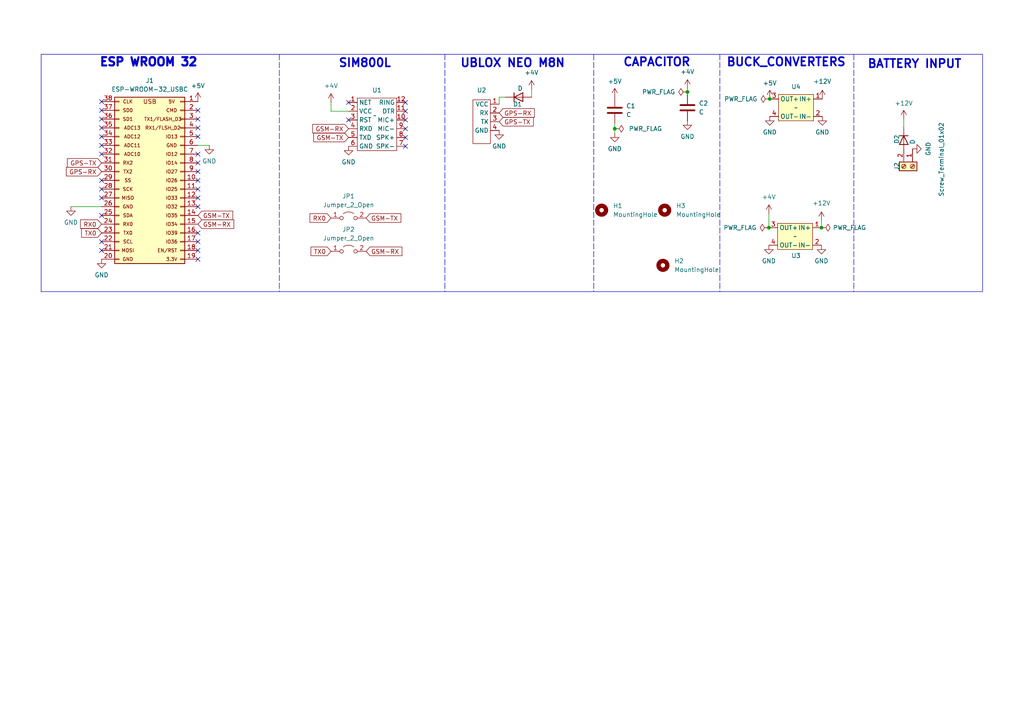
<source format=kicad_sch>
(kicad_sch (version 20230121) (generator eeschema)

  (uuid cc944752-53c1-490b-bd6a-da1e3621811c)

  (paper "A4")

  (lib_symbols
    (symbol "BUCK-Converter-LM2596_1" (in_bom yes) (on_board yes)
      (property "Reference" "U5" (at 0 6.096 0)
        (effects (font (size 1.27 1.27)))
      )
      (property "Value" "~" (at 0 0 0)
        (effects (font (size 1.27 1.27)))
      )
      (property "Footprint" "C-Footprint:BUCK CONVERTER" (at 0 0 0)
        (effects (font (size 1.27 1.27)) hide)
      )
      (property "Datasheet" "" (at 0 0 0)
        (effects (font (size 1.27 1.27)) hide)
      )
      (symbol "BUCK-Converter-LM2596_1_1_1"
        (rectangle (start -5.08 3.81) (end 5.08 -3.81)
          (stroke (width 0) (type default))
          (fill (type background))
        )
        (pin input line (at -7.62 2.54 0) (length 2.54)
          (name "IN+" (effects (font (size 1.27 1.27))))
          (number "1" (effects (font (size 1.27 1.27))))
        )
        (pin bidirectional line (at -7.62 -2.54 0) (length 2.54)
          (name "IN-" (effects (font (size 1.27 1.27))))
          (number "2" (effects (font (size 1.27 1.27))))
        )
        (pin output line (at 7.62 2.54 180) (length 2.54)
          (name "OUT+" (effects (font (size 1.27 1.27))))
          (number "3" (effects (font (size 1.27 1.27))))
        )
        (pin bidirectional line (at 7.62 -2.54 180) (length 2.54)
          (name "OUT-" (effects (font (size 1.27 1.27))))
          (number "4" (effects (font (size 1.27 1.27))))
        )
      )
    )
    (symbol "Connector:Screw_Terminal_01x02" (pin_names (offset 1.016) hide) (in_bom yes) (on_board yes)
      (property "Reference" "J" (at 0 2.54 0)
        (effects (font (size 1.27 1.27)))
      )
      (property "Value" "Screw_Terminal_01x02" (at 0 -5.08 0)
        (effects (font (size 1.27 1.27)))
      )
      (property "Footprint" "" (at 0 0 0)
        (effects (font (size 1.27 1.27)) hide)
      )
      (property "Datasheet" "~" (at 0 0 0)
        (effects (font (size 1.27 1.27)) hide)
      )
      (property "ki_keywords" "screw terminal" (at 0 0 0)
        (effects (font (size 1.27 1.27)) hide)
      )
      (property "ki_description" "Generic screw terminal, single row, 01x02, script generated (kicad-library-utils/schlib/autogen/connector/)" (at 0 0 0)
        (effects (font (size 1.27 1.27)) hide)
      )
      (property "ki_fp_filters" "TerminalBlock*:*" (at 0 0 0)
        (effects (font (size 1.27 1.27)) hide)
      )
      (symbol "Screw_Terminal_01x02_1_1"
        (rectangle (start -1.27 1.27) (end 1.27 -3.81)
          (stroke (width 0.254) (type default))
          (fill (type background))
        )
        (circle (center 0 -2.54) (radius 0.635)
          (stroke (width 0.1524) (type default))
          (fill (type none))
        )
        (polyline
          (pts
            (xy -0.5334 -2.2098)
            (xy 0.3302 -3.048)
          )
          (stroke (width 0.1524) (type default))
          (fill (type none))
        )
        (polyline
          (pts
            (xy -0.5334 0.3302)
            (xy 0.3302 -0.508)
          )
          (stroke (width 0.1524) (type default))
          (fill (type none))
        )
        (polyline
          (pts
            (xy -0.3556 -2.032)
            (xy 0.508 -2.8702)
          )
          (stroke (width 0.1524) (type default))
          (fill (type none))
        )
        (polyline
          (pts
            (xy -0.3556 0.508)
            (xy 0.508 -0.3302)
          )
          (stroke (width 0.1524) (type default))
          (fill (type none))
        )
        (circle (center 0 0) (radius 0.635)
          (stroke (width 0.1524) (type default))
          (fill (type none))
        )
        (pin passive line (at -5.08 0 0) (length 3.81)
          (name "Pin_1" (effects (font (size 1.27 1.27))))
          (number "1" (effects (font (size 1.27 1.27))))
        )
        (pin passive line (at -5.08 -2.54 0) (length 3.81)
          (name "Pin_2" (effects (font (size 1.27 1.27))))
          (number "2" (effects (font (size 1.27 1.27))))
        )
      )
    )
    (symbol "Device:C" (pin_numbers hide) (pin_names (offset 0.254)) (in_bom yes) (on_board yes)
      (property "Reference" "C" (at 0.635 2.54 0)
        (effects (font (size 1.27 1.27)) (justify left))
      )
      (property "Value" "C" (at 0.635 -2.54 0)
        (effects (font (size 1.27 1.27)) (justify left))
      )
      (property "Footprint" "" (at 0.9652 -3.81 0)
        (effects (font (size 1.27 1.27)) hide)
      )
      (property "Datasheet" "~" (at 0 0 0)
        (effects (font (size 1.27 1.27)) hide)
      )
      (property "ki_keywords" "cap capacitor" (at 0 0 0)
        (effects (font (size 1.27 1.27)) hide)
      )
      (property "ki_description" "Unpolarized capacitor" (at 0 0 0)
        (effects (font (size 1.27 1.27)) hide)
      )
      (property "ki_fp_filters" "C_*" (at 0 0 0)
        (effects (font (size 1.27 1.27)) hide)
      )
      (symbol "C_0_1"
        (polyline
          (pts
            (xy -2.032 -0.762)
            (xy 2.032 -0.762)
          )
          (stroke (width 0.508) (type default))
          (fill (type none))
        )
        (polyline
          (pts
            (xy -2.032 0.762)
            (xy 2.032 0.762)
          )
          (stroke (width 0.508) (type default))
          (fill (type none))
        )
      )
      (symbol "C_1_1"
        (pin passive line (at 0 3.81 270) (length 2.794)
          (name "~" (effects (font (size 1.27 1.27))))
          (number "1" (effects (font (size 1.27 1.27))))
        )
        (pin passive line (at 0 -3.81 90) (length 2.794)
          (name "~" (effects (font (size 1.27 1.27))))
          (number "2" (effects (font (size 1.27 1.27))))
        )
      )
    )
    (symbol "Device:D" (pin_numbers hide) (pin_names (offset 1.016) hide) (in_bom yes) (on_board yes)
      (property "Reference" "D" (at 0 2.54 0)
        (effects (font (size 1.27 1.27)))
      )
      (property "Value" "D" (at 0 -2.54 0)
        (effects (font (size 1.27 1.27)))
      )
      (property "Footprint" "" (at 0 0 0)
        (effects (font (size 1.27 1.27)) hide)
      )
      (property "Datasheet" "~" (at 0 0 0)
        (effects (font (size 1.27 1.27)) hide)
      )
      (property "Sim.Device" "D" (at 0 0 0)
        (effects (font (size 1.27 1.27)) hide)
      )
      (property "Sim.Pins" "1=K 2=A" (at 0 0 0)
        (effects (font (size 1.27 1.27)) hide)
      )
      (property "ki_keywords" "diode" (at 0 0 0)
        (effects (font (size 1.27 1.27)) hide)
      )
      (property "ki_description" "Diode" (at 0 0 0)
        (effects (font (size 1.27 1.27)) hide)
      )
      (property "ki_fp_filters" "TO-???* *_Diode_* *SingleDiode* D_*" (at 0 0 0)
        (effects (font (size 1.27 1.27)) hide)
      )
      (symbol "D_0_1"
        (polyline
          (pts
            (xy -1.27 1.27)
            (xy -1.27 -1.27)
          )
          (stroke (width 0.254) (type default))
          (fill (type none))
        )
        (polyline
          (pts
            (xy 1.27 0)
            (xy -1.27 0)
          )
          (stroke (width 0) (type default))
          (fill (type none))
        )
        (polyline
          (pts
            (xy 1.27 1.27)
            (xy 1.27 -1.27)
            (xy -1.27 0)
            (xy 1.27 1.27)
          )
          (stroke (width 0.254) (type default))
          (fill (type none))
        )
      )
      (symbol "D_1_1"
        (pin passive line (at -3.81 0 0) (length 2.54)
          (name "K" (effects (font (size 1.27 1.27))))
          (number "1" (effects (font (size 1.27 1.27))))
        )
        (pin passive line (at 3.81 0 180) (length 2.54)
          (name "A" (effects (font (size 1.27 1.27))))
          (number "2" (effects (font (size 1.27 1.27))))
        )
      )
    )
    (symbol "ESP-WROOM-32:ESP-WROOM-32_USBC" (pin_names (offset 1.016) hide) (in_bom yes) (on_board yes)
      (property "Reference" "J2" (at 8.89 28.956 0)
        (effects (font (size 1.27 1.27)))
      )
      (property "Value" "ESP-WROOM-32_USBC" (at 8.89 26.416 0)
        (effects (font (size 1.27 1.27)))
      )
      (property "Footprint" "" (at 0 0 0)
        (effects (font (size 1.27 1.27)) hide)
      )
      (property "Datasheet" "~" (at 0 0 0)
        (effects (font (size 1.27 1.27)) hide)
      )
      (property "ki_keywords" "connector" (at 0 0 0)
        (effects (font (size 1.27 1.27)) hide)
      )
      (property "ki_description" "Generic connectable mounting pin connector, single row, 01x19, script generated (kicad-library-utils/schlib/autogen/connector/)" (at 0 0 0)
        (effects (font (size 1.27 1.27)) hide)
      )
      (property "ki_fp_filters" "Connector*:*_1x??-1MP*" (at 0 0 0)
        (effects (font (size 1.27 1.27)) hide)
      )
      (symbol "ESP-WROOM-32_USBC_0_0"
        (text "USB" (at 8.89 22.86 0)
          (effects (font (size 1.27 1.27)))
        )
      )
      (symbol "ESP-WROOM-32_USBC_1_1"
        (rectangle (start -1.27 -22.733) (end 0 -22.987)
          (stroke (width 0.1524) (type default))
          (fill (type none))
        )
        (rectangle (start -1.27 -20.193) (end 0 -20.447)
          (stroke (width 0.1524) (type default))
          (fill (type none))
        )
        (rectangle (start -1.27 -17.653) (end 0 -17.907)
          (stroke (width 0.1524) (type default))
          (fill (type none))
        )
        (rectangle (start -1.27 -15.113) (end 0 -15.367)
          (stroke (width 0.1524) (type default))
          (fill (type none))
        )
        (rectangle (start -1.27 -12.573) (end 0 -12.827)
          (stroke (width 0.1524) (type default))
          (fill (type none))
        )
        (rectangle (start -1.27 -10.033) (end 0 -10.287)
          (stroke (width 0.1524) (type default))
          (fill (type none))
        )
        (rectangle (start -1.27 -7.493) (end 0 -7.747)
          (stroke (width 0.1524) (type default))
          (fill (type none))
        )
        (rectangle (start -1.27 -4.953) (end 0 -5.207)
          (stroke (width 0.1524) (type default))
          (fill (type none))
        )
        (rectangle (start -1.27 -2.413) (end 0 -2.667)
          (stroke (width 0.1524) (type default))
          (fill (type none))
        )
        (rectangle (start -1.27 0.127) (end 0 -0.127)
          (stroke (width 0.1524) (type default))
          (fill (type none))
        )
        (rectangle (start -1.27 2.667) (end 0 2.413)
          (stroke (width 0.1524) (type default))
          (fill (type none))
        )
        (rectangle (start -1.27 5.207) (end 0 4.953)
          (stroke (width 0.1524) (type default))
          (fill (type none))
        )
        (rectangle (start -1.27 7.747) (end 0 7.493)
          (stroke (width 0.1524) (type default))
          (fill (type none))
        )
        (rectangle (start -1.27 10.287) (end 0 10.033)
          (stroke (width 0.1524) (type default))
          (fill (type none))
        )
        (rectangle (start -1.27 12.827) (end 0 12.573)
          (stroke (width 0.1524) (type default))
          (fill (type none))
        )
        (rectangle (start -1.27 15.367) (end 0 15.113)
          (stroke (width 0.1524) (type default))
          (fill (type none))
        )
        (rectangle (start -1.27 17.907) (end 0 17.653)
          (stroke (width 0.1524) (type default))
          (fill (type none))
        )
        (rectangle (start -1.27 20.447) (end 0 20.193)
          (stroke (width 0.1524) (type default))
          (fill (type none))
        )
        (rectangle (start -1.27 22.987) (end 0 22.733)
          (stroke (width 0.1524) (type default))
          (fill (type none))
        )
        (rectangle (start -1.27 24.13) (end 19.05 -24.13)
          (stroke (width 0.254) (type default))
          (fill (type background))
        )
        (rectangle (start 17.78 -22.987) (end 19.05 -22.733)
          (stroke (width 0.1524) (type default))
          (fill (type none))
        )
        (rectangle (start 17.78 -20.447) (end 19.05 -20.193)
          (stroke (width 0.1524) (type default))
          (fill (type none))
        )
        (rectangle (start 17.78 -17.907) (end 19.05 -17.653)
          (stroke (width 0.1524) (type default))
          (fill (type none))
        )
        (rectangle (start 17.78 -15.367) (end 19.05 -15.113)
          (stroke (width 0.1524) (type default))
          (fill (type none))
        )
        (rectangle (start 17.78 -12.827) (end 19.05 -12.573)
          (stroke (width 0.1524) (type default))
          (fill (type none))
        )
        (rectangle (start 17.78 -10.287) (end 19.05 -10.033)
          (stroke (width 0.1524) (type default))
          (fill (type none))
        )
        (rectangle (start 17.78 -7.747) (end 19.05 -7.493)
          (stroke (width 0.1524) (type default))
          (fill (type none))
        )
        (rectangle (start 17.78 -5.207) (end 19.05 -4.953)
          (stroke (width 0.1524) (type default))
          (fill (type none))
        )
        (rectangle (start 17.78 -2.667) (end 19.05 -2.413)
          (stroke (width 0.1524) (type default))
          (fill (type none))
        )
        (rectangle (start 17.78 -0.127) (end 19.05 0.127)
          (stroke (width 0.1524) (type default))
          (fill (type none))
        )
        (rectangle (start 17.78 2.413) (end 19.05 2.667)
          (stroke (width 0.1524) (type default))
          (fill (type none))
        )
        (rectangle (start 17.78 4.953) (end 19.05 5.207)
          (stroke (width 0.1524) (type default))
          (fill (type none))
        )
        (rectangle (start 17.78 7.493) (end 19.05 7.747)
          (stroke (width 0.1524) (type default))
          (fill (type none))
        )
        (rectangle (start 17.78 10.033) (end 19.05 10.287)
          (stroke (width 0.1524) (type default))
          (fill (type none))
        )
        (rectangle (start 17.78 12.573) (end 19.05 12.827)
          (stroke (width 0.1524) (type default))
          (fill (type none))
        )
        (rectangle (start 17.78 15.113) (end 19.05 15.367)
          (stroke (width 0.1524) (type default))
          (fill (type none))
        )
        (rectangle (start 17.78 17.653) (end 19.05 17.907)
          (stroke (width 0.1524) (type default))
          (fill (type none))
        )
        (rectangle (start 17.78 20.193) (end 19.05 20.447)
          (stroke (width 0.1524) (type default))
          (fill (type none))
        )
        (rectangle (start 17.78 22.733) (end 19.05 22.987)
          (stroke (width 0.1524) (type default))
          (fill (type none))
        )
        (text "3.3V" (at 15.24 -22.86 0)
          (effects (font (size 0.9906 0.9906)))
        )
        (text "5V" (at 15.24 22.86 0)
          (effects (font (size 0.9906 0.9906)))
        )
        (text "ADC10" (at 3.81 7.62 0)
          (effects (font (size 0.9906 0.9906)))
        )
        (text "ADC11" (at 3.81 10.16 0)
          (effects (font (size 0.9906 0.9906)))
        )
        (text "ADC12" (at 3.81 12.7 0)
          (effects (font (size 0.9906 0.9906)))
        )
        (text "ADC13" (at 3.81 15.24 0)
          (effects (font (size 0.9906 0.9906)))
        )
        (text "CLK" (at 2.54 22.86 0)
          (effects (font (size 0.9906 0.9906)))
        )
        (text "CMD" (at 15.24 20.32 0)
          (effects (font (size 0.9906 0.9906)))
        )
        (text "EN/RST" (at 13.97 -20.32 0)
          (effects (font (size 0.9906 0.9906)))
        )
        (text "GND" (at 2.54 -22.86 0)
          (effects (font (size 0.9906 0.9906)))
        )
        (text "GND" (at 2.54 -7.62 0)
          (effects (font (size 0.9906 0.9906)))
        )
        (text "GND" (at 15.24 10.16 0)
          (effects (font (size 0.9906 0.9906)))
        )
        (text "IO12" (at 15.24 7.62 0)
          (effects (font (size 0.9906 0.9906)))
        )
        (text "IO13" (at 15.24 12.7 0)
          (effects (font (size 0.9906 0.9906)))
        )
        (text "IO14" (at 15.24 5.08 0)
          (effects (font (size 0.9906 0.9906)))
        )
        (text "IO25" (at 15.24 -2.54 0)
          (effects (font (size 0.9906 0.9906)))
        )
        (text "IO26" (at 15.24 0 0)
          (effects (font (size 0.9906 0.9906)))
        )
        (text "IO27" (at 15.24 2.54 0)
          (effects (font (size 0.9906 0.9906)))
        )
        (text "IO32" (at 15.24 -7.62 0)
          (effects (font (size 0.9906 0.9906)))
        )
        (text "IO33" (at 15.24 -5.08 0)
          (effects (font (size 0.9906 0.9906)))
        )
        (text "IO34" (at 15.24 -12.7 0)
          (effects (font (size 0.9906 0.9906)))
        )
        (text "IO35" (at 15.24 -10.16 0)
          (effects (font (size 0.9906 0.9906)))
        )
        (text "IO36" (at 15.24 -17.78 0)
          (effects (font (size 0.9906 0.9906)))
        )
        (text "IO39" (at 15.24 -15.24 0)
          (effects (font (size 0.9906 0.9906)))
        )
        (text "MISO" (at 2.54 -5.08 0)
          (effects (font (size 0.9906 0.9906)))
        )
        (text "MOSI" (at 2.54 -20.32 0)
          (effects (font (size 0.9906 0.9906)))
        )
        (text "RX0" (at 2.54 -12.7 0)
          (effects (font (size 0.9906 0.9906)))
        )
        (text "RX1/FLSH_D2" (at 12.7 15.24 0)
          (effects (font (size 0.9906 0.9906)))
        )
        (text "RX2" (at 2.54 5.08 0)
          (effects (font (size 0.9906 0.9906)))
        )
        (text "SCK" (at 2.54 -2.54 0)
          (effects (font (size 0.9906 0.9906)))
        )
        (text "SCL" (at 2.54 -17.78 0)
          (effects (font (size 0.9906 0.9906)))
        )
        (text "SD0" (at 2.54 20.32 0)
          (effects (font (size 0.9906 0.9906)))
        )
        (text "SD1" (at 2.54 17.78 0)
          (effects (font (size 0.9906 0.9906)))
        )
        (text "SDA" (at 2.54 -10.16 0)
          (effects (font (size 0.9906 0.9906)))
        )
        (text "SS" (at 2.54 0 0)
          (effects (font (size 0.9906 0.9906)))
        )
        (text "TX0" (at 2.54 -15.24 0)
          (effects (font (size 0.9906 0.9906)))
        )
        (text "TX1/FLASH_D3" (at 12.7 17.78 0)
          (effects (font (size 0.9906 0.9906)))
        )
        (text "TX2" (at 2.54 2.54 0)
          (effects (font (size 0.9906 0.9906)))
        )
        (pin bidirectional line (at 22.86 22.86 180) (length 3.81)
          (name "5V" (effects (font (size 1.27 1.27))))
          (number "1" (effects (font (size 1.27 1.27))))
        )
        (pin bidirectional line (at 22.86 0 180) (length 3.81)
          (name "P26" (effects (font (size 1.27 1.27))))
          (number "10" (effects (font (size 1.27 1.27))))
        )
        (pin bidirectional line (at 22.86 -2.54 180) (length 3.81)
          (name "P25" (effects (font (size 1.27 1.27))))
          (number "11" (effects (font (size 1.27 1.27))))
        )
        (pin bidirectional line (at 22.86 -5.08 180) (length 3.81)
          (name "P33" (effects (font (size 1.27 1.27))))
          (number "12" (effects (font (size 1.27 1.27))))
        )
        (pin bidirectional line (at 22.86 -7.62 180) (length 3.81)
          (name "P32" (effects (font (size 1.27 1.27))))
          (number "13" (effects (font (size 1.27 1.27))))
        )
        (pin bidirectional line (at 22.86 -10.16 180) (length 3.81)
          (name "P35" (effects (font (size 1.27 1.27))))
          (number "14" (effects (font (size 1.27 1.27))))
        )
        (pin bidirectional line (at 22.86 -12.7 180) (length 3.81)
          (name "P34" (effects (font (size 1.27 1.27))))
          (number "15" (effects (font (size 1.27 1.27))))
        )
        (pin bidirectional line (at 22.86 -15.24 180) (length 3.81)
          (name "P39/SVN" (effects (font (size 1.27 1.27))))
          (number "16" (effects (font (size 1.27 1.27))))
        )
        (pin bidirectional line (at 22.86 -17.78 180) (length 3.81)
          (name "P36/SVP" (effects (font (size 1.27 1.27))))
          (number "17" (effects (font (size 1.27 1.27))))
        )
        (pin passive line (at 22.86 -20.32 180) (length 3.81)
          (name "EN" (effects (font (size 1.27 1.27))))
          (number "18" (effects (font (size 1.27 1.27))))
        )
        (pin bidirectional line (at 22.86 -22.86 180) (length 3.81)
          (name "3V3" (effects (font (size 1.27 1.27))))
          (number "19" (effects (font (size 1.27 1.27))))
        )
        (pin passive line (at 22.86 20.32 180) (length 3.81)
          (name "CMD" (effects (font (size 1.27 1.27))))
          (number "2" (effects (font (size 1.27 1.27))))
        )
        (pin bidirectional line (at -5.08 -22.86 0) (length 3.81)
          (name "GND" (effects (font (size 1.27 1.27))))
          (number "20" (effects (font (size 1.27 1.27))))
        )
        (pin bidirectional line (at -5.08 -20.32 0) (length 3.81)
          (name "P23" (effects (font (size 1.27 1.27))))
          (number "21" (effects (font (size 1.27 1.27))))
        )
        (pin bidirectional line (at -5.08 -17.78 0) (length 3.81)
          (name "P22" (effects (font (size 1.27 1.27))))
          (number "22" (effects (font (size 1.27 1.27))))
        )
        (pin bidirectional line (at -5.08 -15.24 0) (length 3.81)
          (name "P1/TX0" (effects (font (size 1.27 1.27))))
          (number "23" (effects (font (size 1.27 1.27))))
        )
        (pin bidirectional line (at -5.08 -12.7 0) (length 3.81)
          (name "P3/RX0" (effects (font (size 1.27 1.27))))
          (number "24" (effects (font (size 1.27 1.27))))
        )
        (pin bidirectional line (at -5.08 -10.16 0) (length 3.81)
          (name "P21" (effects (font (size 1.27 1.27))))
          (number "25" (effects (font (size 1.27 1.27))))
        )
        (pin bidirectional line (at -5.08 -7.62 0) (length 3.81)
          (name "GND" (effects (font (size 1.27 1.27))))
          (number "26" (effects (font (size 1.27 1.27))))
        )
        (pin bidirectional line (at -5.08 -5.08 0) (length 3.81)
          (name "P19" (effects (font (size 1.27 1.27))))
          (number "27" (effects (font (size 1.27 1.27))))
        )
        (pin bidirectional line (at -5.08 -2.54 0) (length 3.81)
          (name "P18" (effects (font (size 1.27 1.27))))
          (number "28" (effects (font (size 1.27 1.27))))
        )
        (pin bidirectional line (at -5.08 0 0) (length 3.81)
          (name "P5" (effects (font (size 1.27 1.27))))
          (number "29" (effects (font (size 1.27 1.27))))
        )
        (pin passive line (at 22.86 17.78 180) (length 3.81)
          (name "SD3" (effects (font (size 1.27 1.27))))
          (number "3" (effects (font (size 1.27 1.27))))
        )
        (pin bidirectional line (at -5.08 2.54 0) (length 3.81)
          (name "P17/TX2" (effects (font (size 1.27 1.27))))
          (number "30" (effects (font (size 1.27 1.27))))
        )
        (pin bidirectional line (at -5.08 5.08 0) (length 3.81)
          (name "P16/RX2" (effects (font (size 1.27 1.27))))
          (number "31" (effects (font (size 1.27 1.27))))
        )
        (pin bidirectional line (at -5.08 7.62 0) (length 3.81)
          (name "P4" (effects (font (size 1.27 1.27))))
          (number "32" (effects (font (size 1.27 1.27))))
        )
        (pin bidirectional line (at -5.08 10.16 0) (length 3.81)
          (name "P0" (effects (font (size 1.27 1.27))))
          (number "33" (effects (font (size 1.27 1.27))))
        )
        (pin bidirectional line (at -5.08 12.7 0) (length 3.81)
          (name "P2" (effects (font (size 1.27 1.27))))
          (number "34" (effects (font (size 1.27 1.27))))
        )
        (pin bidirectional line (at -5.08 15.24 0) (length 3.81)
          (name "P15" (effects (font (size 1.27 1.27))))
          (number "35" (effects (font (size 1.27 1.27))))
        )
        (pin passive line (at -5.08 17.78 0) (length 3.81)
          (name "SD1" (effects (font (size 1.27 1.27))))
          (number "36" (effects (font (size 1.27 1.27))))
        )
        (pin passive line (at -5.08 20.32 0) (length 3.81)
          (name "SD0" (effects (font (size 1.27 1.27))))
          (number "37" (effects (font (size 1.27 1.27))))
        )
        (pin passive line (at -5.08 22.86 0) (length 3.81)
          (name "CLK" (effects (font (size 1.27 1.27))))
          (number "38" (effects (font (size 1.27 1.27))))
        )
        (pin passive line (at 22.86 15.24 180) (length 3.81)
          (name "SD2" (effects (font (size 1.27 1.27))))
          (number "4" (effects (font (size 1.27 1.27))))
        )
        (pin bidirectional line (at 22.86 12.7 180) (length 3.81)
          (name "P13" (effects (font (size 1.27 1.27))))
          (number "5" (effects (font (size 1.27 1.27))))
        )
        (pin bidirectional line (at 22.86 10.16 180) (length 3.81)
          (name "GND" (effects (font (size 1.27 1.27))))
          (number "6" (effects (font (size 1.27 1.27))))
        )
        (pin bidirectional line (at 22.86 7.62 180) (length 3.81)
          (name "P12" (effects (font (size 1.27 1.27))))
          (number "7" (effects (font (size 1.27 1.27))))
        )
        (pin bidirectional line (at 22.86 5.08 180) (length 3.81)
          (name "P14" (effects (font (size 1.27 1.27))))
          (number "8" (effects (font (size 1.27 1.27))))
        )
        (pin bidirectional line (at 22.86 2.54 180) (length 3.81)
          (name "P27" (effects (font (size 1.27 1.27))))
          (number "9" (effects (font (size 1.27 1.27))))
        )
      )
    )
    (symbol "Jumper:Jumper_2_Open" (pin_names (offset 0) hide) (in_bom yes) (on_board yes)
      (property "Reference" "JP" (at 0 2.794 0)
        (effects (font (size 1.27 1.27)))
      )
      (property "Value" "Jumper_2_Open" (at 0 -2.286 0)
        (effects (font (size 1.27 1.27)))
      )
      (property "Footprint" "" (at 0 0 0)
        (effects (font (size 1.27 1.27)) hide)
      )
      (property "Datasheet" "~" (at 0 0 0)
        (effects (font (size 1.27 1.27)) hide)
      )
      (property "ki_keywords" "Jumper SPST" (at 0 0 0)
        (effects (font (size 1.27 1.27)) hide)
      )
      (property "ki_description" "Jumper, 2-pole, open" (at 0 0 0)
        (effects (font (size 1.27 1.27)) hide)
      )
      (property "ki_fp_filters" "Jumper* TestPoint*2Pads* TestPoint*Bridge*" (at 0 0 0)
        (effects (font (size 1.27 1.27)) hide)
      )
      (symbol "Jumper_2_Open_0_0"
        (circle (center -2.032 0) (radius 0.508)
          (stroke (width 0) (type default))
          (fill (type none))
        )
        (circle (center 2.032 0) (radius 0.508)
          (stroke (width 0) (type default))
          (fill (type none))
        )
      )
      (symbol "Jumper_2_Open_0_1"
        (arc (start 1.524 1.27) (mid 0 1.778) (end -1.524 1.27)
          (stroke (width 0) (type default))
          (fill (type none))
        )
      )
      (symbol "Jumper_2_Open_1_1"
        (pin passive line (at -5.08 0 0) (length 2.54)
          (name "A" (effects (font (size 1.27 1.27))))
          (number "1" (effects (font (size 1.27 1.27))))
        )
        (pin passive line (at 5.08 0 180) (length 2.54)
          (name "B" (effects (font (size 1.27 1.27))))
          (number "2" (effects (font (size 1.27 1.27))))
        )
      )
    )
    (symbol "LM2596-MODULE:BUCK-Converter-LM2596" (in_bom yes) (on_board yes)
      (property "Reference" "U4" (at -0.254 -5.588 0)
        (effects (font (size 1.27 1.27)))
      )
      (property "Value" "~" (at 0 0 0)
        (effects (font (size 1.27 1.27)))
      )
      (property "Footprint" "C-Footprint:BUCK CONVERTER" (at 0 0 0)
        (effects (font (size 1.27 1.27)) hide)
      )
      (property "Datasheet" "" (at 0 0 0)
        (effects (font (size 1.27 1.27)) hide)
      )
      (symbol "BUCK-Converter-LM2596_1_1"
        (rectangle (start -5.08 3.81) (end 5.08 -3.81)
          (stroke (width 0) (type default))
          (fill (type background))
        )
        (pin input line (at -7.62 2.54 0) (length 2.54)
          (name "IN+" (effects (font (size 1.27 1.27))))
          (number "1" (effects (font (size 1.27 1.27))))
        )
        (pin bidirectional line (at -7.62 -2.54 0) (length 2.54)
          (name "IN-" (effects (font (size 1.27 1.27))))
          (number "2" (effects (font (size 1.27 1.27))))
        )
        (pin output line (at 7.62 2.54 180) (length 2.54)
          (name "OUT+" (effects (font (size 1.27 1.27))))
          (number "3" (effects (font (size 1.27 1.27))))
        )
        (pin bidirectional line (at 7.62 -2.54 180) (length 2.54)
          (name "OUT-" (effects (font (size 1.27 1.27))))
          (number "4" (effects (font (size 1.27 1.27))))
        )
      )
    )
    (symbol "Mechanical:MountingHole" (pin_names (offset 1.016)) (in_bom yes) (on_board yes)
      (property "Reference" "H" (at 0 5.08 0)
        (effects (font (size 1.27 1.27)))
      )
      (property "Value" "MountingHole" (at 0 3.175 0)
        (effects (font (size 1.27 1.27)))
      )
      (property "Footprint" "" (at 0 0 0)
        (effects (font (size 1.27 1.27)) hide)
      )
      (property "Datasheet" "~" (at 0 0 0)
        (effects (font (size 1.27 1.27)) hide)
      )
      (property "ki_keywords" "mounting hole" (at 0 0 0)
        (effects (font (size 1.27 1.27)) hide)
      )
      (property "ki_description" "Mounting Hole without connection" (at 0 0 0)
        (effects (font (size 1.27 1.27)) hide)
      )
      (property "ki_fp_filters" "MountingHole*" (at 0 0 0)
        (effects (font (size 1.27 1.27)) hide)
      )
      (symbol "MountingHole_0_1"
        (circle (center 0 0) (radius 1.27)
          (stroke (width 1.27) (type default))
          (fill (type none))
        )
      )
    )
    (symbol "SIM800L_BOARD:SIM800L_BOARD" (in_bom yes) (on_board yes)
      (property "Reference" "U" (at 0 2.54 0)
        (effects (font (size 1.27 1.27)))
      )
      (property "Value" "" (at 0 2.54 0)
        (effects (font (size 1.27 1.27)))
      )
      (property "Footprint" "" (at 0 2.54 0)
        (effects (font (size 1.27 1.27)) hide)
      )
      (property "Datasheet" "" (at 0 2.54 0)
        (effects (font (size 1.27 1.27)) hide)
      )
      (symbol "SIM800L_BOARD_0_1"
        (rectangle (start -5.08 7.62) (end 6.35 -7.62)
          (stroke (width 0) (type default))
          (fill (type none))
        )
      )
      (symbol "SIM800L_BOARD_1_1"
        (pin input line (at -7.62 6.35 0) (length 2.54)
          (name "NET" (effects (font (size 1.27 1.27))))
          (number "1" (effects (font (size 1.27 1.27))))
        )
        (pin input line (at 8.89 1.27 180) (length 2.54)
          (name "MIC+" (effects (font (size 1.27 1.27))))
          (number "10" (effects (font (size 1.27 1.27))))
        )
        (pin input line (at 8.89 3.81 180) (length 2.54)
          (name "DTR" (effects (font (size 1.27 1.27))))
          (number "11" (effects (font (size 1.27 1.27))))
        )
        (pin input line (at 8.89 6.35 180) (length 2.54)
          (name "RING" (effects (font (size 1.27 1.27))))
          (number "12" (effects (font (size 1.27 1.27))))
        )
        (pin input line (at -7.62 3.81 0) (length 2.54)
          (name "VCC" (effects (font (size 1.27 1.27))))
          (number "2" (effects (font (size 1.27 1.27))))
        )
        (pin input line (at -7.62 1.27 0) (length 2.54)
          (name "RST" (effects (font (size 1.27 1.27))))
          (number "3" (effects (font (size 1.27 1.27))))
        )
        (pin input line (at -7.62 -1.27 0) (length 2.54)
          (name "RXD" (effects (font (size 1.27 1.27))))
          (number "4" (effects (font (size 1.27 1.27))))
        )
        (pin input line (at -7.62 -3.81 0) (length 2.54)
          (name "TXD" (effects (font (size 1.27 1.27))))
          (number "5" (effects (font (size 1.27 1.27))))
        )
        (pin input line (at -7.62 -6.35 0) (length 2.54)
          (name "GND" (effects (font (size 1.27 1.27))))
          (number "6" (effects (font (size 1.27 1.27))))
        )
        (pin input line (at 8.89 -6.35 180) (length 2.54)
          (name "SPK-" (effects (font (size 1.27 1.27))))
          (number "7" (effects (font (size 1.27 1.27))))
        )
        (pin input line (at 8.89 -3.81 180) (length 2.54)
          (name "SPK+" (effects (font (size 1.27 1.27))))
          (number "8" (effects (font (size 1.27 1.27))))
        )
        (pin input line (at 8.89 -1.27 180) (length 2.54)
          (name "MIC-" (effects (font (size 1.27 1.27))))
          (number "9" (effects (font (size 1.27 1.27))))
        )
      )
    )
    (symbol "UBLOX_NEO_M8N_GPS_BOARD:UBLOX_NEO_M8N_BOARD" (in_bom yes) (on_board yes)
      (property "Reference" "U" (at -1.27 -5.08 0)
        (effects (font (size 1.27 1.27)))
      )
      (property "Value" "" (at 0 0 0)
        (effects (font (size 1.27 1.27)))
      )
      (property "Footprint" "" (at 0 0 0)
        (effects (font (size 1.27 1.27)) hide)
      )
      (property "Datasheet" "" (at 0 0 0)
        (effects (font (size 1.27 1.27)) hide)
      )
      (symbol "UBLOX_NEO_M8N_BOARD_0_1"
        (rectangle (start -3.81 6.35) (end 1.27 -6.35)
          (stroke (width 0) (type default))
          (fill (type none))
        )
      )
      (symbol "UBLOX_NEO_M8N_BOARD_1_1"
        (pin input line (at 3.81 5.08 180) (length 2.54)
          (name "VCC" (effects (font (size 1.27 1.27))))
          (number "1" (effects (font (size 1.27 1.27))))
        )
        (pin input line (at 3.81 2.54 180) (length 2.54)
          (name "RX" (effects (font (size 1.27 1.27))))
          (number "2" (effects (font (size 1.27 1.27))))
        )
        (pin input line (at 3.81 0 180) (length 2.54)
          (name "TX" (effects (font (size 1.27 1.27))))
          (number "3" (effects (font (size 1.27 1.27))))
        )
        (pin input line (at 3.81 -2.54 180) (length 2.54)
          (name "GND" (effects (font (size 1.27 1.27))))
          (number "4" (effects (font (size 1.27 1.27))))
        )
      )
    )
    (symbol "power:+12V" (power) (pin_names (offset 0)) (in_bom yes) (on_board yes)
      (property "Reference" "#PWR" (at 0 -3.81 0)
        (effects (font (size 1.27 1.27)) hide)
      )
      (property "Value" "+12V" (at 0 3.556 0)
        (effects (font (size 1.27 1.27)))
      )
      (property "Footprint" "" (at 0 0 0)
        (effects (font (size 1.27 1.27)) hide)
      )
      (property "Datasheet" "" (at 0 0 0)
        (effects (font (size 1.27 1.27)) hide)
      )
      (property "ki_keywords" "global power" (at 0 0 0)
        (effects (font (size 1.27 1.27)) hide)
      )
      (property "ki_description" "Power symbol creates a global label with name \"+12V\"" (at 0 0 0)
        (effects (font (size 1.27 1.27)) hide)
      )
      (symbol "+12V_0_1"
        (polyline
          (pts
            (xy -0.762 1.27)
            (xy 0 2.54)
          )
          (stroke (width 0) (type default))
          (fill (type none))
        )
        (polyline
          (pts
            (xy 0 0)
            (xy 0 2.54)
          )
          (stroke (width 0) (type default))
          (fill (type none))
        )
        (polyline
          (pts
            (xy 0 2.54)
            (xy 0.762 1.27)
          )
          (stroke (width 0) (type default))
          (fill (type none))
        )
      )
      (symbol "+12V_1_1"
        (pin power_in line (at 0 0 90) (length 0) hide
          (name "+12V" (effects (font (size 1.27 1.27))))
          (number "1" (effects (font (size 1.27 1.27))))
        )
      )
    )
    (symbol "power:+4V" (power) (pin_names (offset 0)) (in_bom yes) (on_board yes)
      (property "Reference" "#PWR" (at 0 -3.81 0)
        (effects (font (size 1.27 1.27)) hide)
      )
      (property "Value" "+4V" (at 0 3.556 0)
        (effects (font (size 1.27 1.27)))
      )
      (property "Footprint" "" (at 0 0 0)
        (effects (font (size 1.27 1.27)) hide)
      )
      (property "Datasheet" "" (at 0 0 0)
        (effects (font (size 1.27 1.27)) hide)
      )
      (property "ki_keywords" "global power" (at 0 0 0)
        (effects (font (size 1.27 1.27)) hide)
      )
      (property "ki_description" "Power symbol creates a global label with name \"+4V\"" (at 0 0 0)
        (effects (font (size 1.27 1.27)) hide)
      )
      (symbol "+4V_0_1"
        (polyline
          (pts
            (xy -0.762 1.27)
            (xy 0 2.54)
          )
          (stroke (width 0) (type default))
          (fill (type none))
        )
        (polyline
          (pts
            (xy 0 0)
            (xy 0 2.54)
          )
          (stroke (width 0) (type default))
          (fill (type none))
        )
        (polyline
          (pts
            (xy 0 2.54)
            (xy 0.762 1.27)
          )
          (stroke (width 0) (type default))
          (fill (type none))
        )
      )
      (symbol "+4V_1_1"
        (pin power_in line (at 0 0 90) (length 0) hide
          (name "+4V" (effects (font (size 1.27 1.27))))
          (number "1" (effects (font (size 1.27 1.27))))
        )
      )
    )
    (symbol "power:+5V" (power) (pin_names (offset 0)) (in_bom yes) (on_board yes)
      (property "Reference" "#PWR" (at 0 -3.81 0)
        (effects (font (size 1.27 1.27)) hide)
      )
      (property "Value" "+5V" (at 0 3.556 0)
        (effects (font (size 1.27 1.27)))
      )
      (property "Footprint" "" (at 0 0 0)
        (effects (font (size 1.27 1.27)) hide)
      )
      (property "Datasheet" "" (at 0 0 0)
        (effects (font (size 1.27 1.27)) hide)
      )
      (property "ki_keywords" "global power" (at 0 0 0)
        (effects (font (size 1.27 1.27)) hide)
      )
      (property "ki_description" "Power symbol creates a global label with name \"+5V\"" (at 0 0 0)
        (effects (font (size 1.27 1.27)) hide)
      )
      (symbol "+5V_0_1"
        (polyline
          (pts
            (xy -0.762 1.27)
            (xy 0 2.54)
          )
          (stroke (width 0) (type default))
          (fill (type none))
        )
        (polyline
          (pts
            (xy 0 0)
            (xy 0 2.54)
          )
          (stroke (width 0) (type default))
          (fill (type none))
        )
        (polyline
          (pts
            (xy 0 2.54)
            (xy 0.762 1.27)
          )
          (stroke (width 0) (type default))
          (fill (type none))
        )
      )
      (symbol "+5V_1_1"
        (pin power_in line (at 0 0 90) (length 0) hide
          (name "+5V" (effects (font (size 1.27 1.27))))
          (number "1" (effects (font (size 1.27 1.27))))
        )
      )
    )
    (symbol "power:GND" (power) (pin_names (offset 0)) (in_bom yes) (on_board yes)
      (property "Reference" "#PWR" (at 0 -6.35 0)
        (effects (font (size 1.27 1.27)) hide)
      )
      (property "Value" "GND" (at 0 -3.81 0)
        (effects (font (size 1.27 1.27)))
      )
      (property "Footprint" "" (at 0 0 0)
        (effects (font (size 1.27 1.27)) hide)
      )
      (property "Datasheet" "" (at 0 0 0)
        (effects (font (size 1.27 1.27)) hide)
      )
      (property "ki_keywords" "global power" (at 0 0 0)
        (effects (font (size 1.27 1.27)) hide)
      )
      (property "ki_description" "Power symbol creates a global label with name \"GND\" , ground" (at 0 0 0)
        (effects (font (size 1.27 1.27)) hide)
      )
      (symbol "GND_0_1"
        (polyline
          (pts
            (xy 0 0)
            (xy 0 -1.27)
            (xy 1.27 -1.27)
            (xy 0 -2.54)
            (xy -1.27 -1.27)
            (xy 0 -1.27)
          )
          (stroke (width 0) (type default))
          (fill (type none))
        )
      )
      (symbol "GND_1_1"
        (pin power_in line (at 0 0 270) (length 0) hide
          (name "GND" (effects (font (size 1.27 1.27))))
          (number "1" (effects (font (size 1.27 1.27))))
        )
      )
    )
    (symbol "power:PWR_FLAG" (power) (pin_numbers hide) (pin_names (offset 0) hide) (in_bom yes) (on_board yes)
      (property "Reference" "#FLG" (at 0 1.905 0)
        (effects (font (size 1.27 1.27)) hide)
      )
      (property "Value" "PWR_FLAG" (at 0 3.81 0)
        (effects (font (size 1.27 1.27)))
      )
      (property "Footprint" "" (at 0 0 0)
        (effects (font (size 1.27 1.27)) hide)
      )
      (property "Datasheet" "~" (at 0 0 0)
        (effects (font (size 1.27 1.27)) hide)
      )
      (property "ki_keywords" "flag power" (at 0 0 0)
        (effects (font (size 1.27 1.27)) hide)
      )
      (property "ki_description" "Special symbol for telling ERC where power comes from" (at 0 0 0)
        (effects (font (size 1.27 1.27)) hide)
      )
      (symbol "PWR_FLAG_0_0"
        (pin power_out line (at 0 0 90) (length 0)
          (name "pwr" (effects (font (size 1.27 1.27))))
          (number "1" (effects (font (size 1.27 1.27))))
        )
      )
      (symbol "PWR_FLAG_0_1"
        (polyline
          (pts
            (xy 0 0)
            (xy 0 1.27)
            (xy -1.016 1.905)
            (xy 0 2.54)
            (xy 1.016 1.905)
            (xy 0 1.27)
          )
          (stroke (width 0) (type default))
          (fill (type none))
        )
      )
    )
  )

  (junction (at 223.012 66.04) (diameter 0) (color 0 0 0 0)
    (uuid 0d845291-5904-497b-93a7-e9da8576eaba)
  )
  (junction (at 199.39 26.67) (diameter 0) (color 0 0 0 0)
    (uuid 814b1ba3-6f67-402b-ba0e-3c1909706aee)
  )
  (junction (at 223.266 28.702) (diameter 0) (color 0 0 0 0)
    (uuid d58470d5-f289-4222-93ff-b0c9ba470fdf)
  )
  (junction (at 178.308 37.338) (diameter 0) (color 0 0 0 0)
    (uuid e551d042-fd2a-48c7-9372-633d89038f97)
  )
  (junction (at 238.252 66.04) (diameter 0) (color 0 0 0 0)
    (uuid f4c3071b-1742-4366-809b-81edc3110c2d)
  )

  (no_connect (at 57.404 39.624) (uuid 1933ce45-3643-4acc-a549-10342795b269))
  (no_connect (at 57.404 37.084) (uuid 2b9e0273-e3fc-4aad-a36a-ef2598b0b60e))
  (no_connect (at 117.602 39.878) (uuid 2d902f6c-8b14-433e-8023-69b527445657))
  (no_connect (at 57.404 44.704) (uuid 40d55aa3-fa93-47c6-ae84-99f99fd4c01b))
  (no_connect (at 117.602 34.798) (uuid 4b9420ca-1a7e-445a-a9a1-fb7ed7dfe87b))
  (no_connect (at 57.404 32.004) (uuid 5019943a-88d8-4730-8048-a977c015b093))
  (no_connect (at 101.092 29.718) (uuid 529bdb67-7198-41fd-8157-e0b8cbf74232))
  (no_connect (at 117.602 32.258) (uuid 6103cc25-e3e5-4754-9386-a1bbfadeb242))
  (no_connect (at 57.404 34.544) (uuid 69e053d5-3558-412a-a318-465917e2d63f))
  (no_connect (at 29.464 32.004) (uuid 6b88c65c-4aa8-4953-ab90-626ce27b1db4))
  (no_connect (at 57.404 54.864) (uuid 87c4586c-6bbb-4cea-9945-f3a51cb8dc26))
  (no_connect (at 29.464 39.624) (uuid 9656bdae-8747-4d3f-b2a7-dbf8ef8ebae0))
  (no_connect (at 57.404 49.784) (uuid 9d4f08f5-56fe-4f84-a8db-72e38c12df28))
  (no_connect (at 117.602 42.418) (uuid 9d7cfbda-fcc2-48dc-a83c-260cd324b20e))
  (no_connect (at 29.464 54.864) (uuid a0215b10-7105-4a30-b2ee-467250d1a6f4))
  (no_connect (at 57.404 57.404) (uuid a0676607-7245-4e6a-80df-a9c15e21ef4f))
  (no_connect (at 57.404 75.184) (uuid a48a8bfa-06f6-4fe7-835c-16937072cedb))
  (no_connect (at 29.464 72.644) (uuid a59773a7-f869-45d3-86a1-e864b0b561a0))
  (no_connect (at 57.404 47.244) (uuid a73ce7bf-bddb-4800-b2b6-066cd7bbded9))
  (no_connect (at 57.404 59.944) (uuid aadc138e-aa52-407b-ae7d-9cb82d1f753b))
  (no_connect (at 29.464 70.104) (uuid b20deed8-1ecd-4070-ba60-811a81414a53))
  (no_connect (at 29.464 34.544) (uuid b6c76e06-5eac-409a-ba87-66bfe77f6590))
  (no_connect (at 57.404 67.564) (uuid cc38e047-2cdd-4047-9874-aca47a686250))
  (no_connect (at 57.404 70.104) (uuid ce0d1ab0-527d-4598-9fb2-9f7d8da3b827))
  (no_connect (at 117.602 37.338) (uuid d0e3ef98-ce92-46c6-8962-dbe51748b178))
  (no_connect (at 101.092 34.798) (uuid d318835f-a175-4cd5-b41c-0bedb34a4ec6))
  (no_connect (at 117.602 29.718) (uuid d814675b-d046-445f-aafc-516602976379))
  (no_connect (at 29.464 37.084) (uuid e5bfbd1e-afc8-4d8c-b6e5-e4323d881715))
  (no_connect (at 29.464 44.704) (uuid eed12f1d-3985-4b63-bb9f-cac48503e349))
  (no_connect (at 29.464 57.404) (uuid f2790e16-feea-40db-ba9c-d55cfea4b295))
  (no_connect (at 29.464 62.484) (uuid f482d11e-6daa-4a14-b283-11bd75da2672))
  (no_connect (at 57.404 52.324) (uuid f5a28577-f7f7-46ac-9b7e-c31b9a8e6364))
  (no_connect (at 29.464 29.464) (uuid f9be7ae5-24a9-4f59-a412-59febeccb0aa))
  (no_connect (at 29.464 52.324) (uuid fa058d7c-8c78-4040-80fc-84b549efe5cc))
  (no_connect (at 57.404 72.644) (uuid fb43a602-591a-40b3-8b38-680325bdb8e9))
  (no_connect (at 29.464 42.164) (uuid fbece895-4671-492e-8070-70d1e3439680))

  (wire (pts (xy 96.012 29.718) (xy 96.012 32.258))
    (stroke (width 0) (type default))
    (uuid 0569463b-c477-4f6c-9265-1c14ea1cf9df)
  )
  (wire (pts (xy 178.308 38.608) (xy 178.308 37.338))
    (stroke (width 0) (type default))
    (uuid 13e133e9-5bb2-4c49-b6cb-65d9ecbff622)
  )
  (polyline (pts (xy 172.212 15.748) (xy 172.212 84.582))
    (stroke (width 0) (type dash))
    (uuid 22632dd6-31e5-41af-908f-b628ed181ce1)
  )

  (wire (pts (xy 178.308 37.338) (xy 178.308 35.814))
    (stroke (width 0) (type default))
    (uuid 25de5c6e-7d4e-40df-977f-06d39e541be6)
  )
  (wire (pts (xy 144.78 28.194) (xy 146.558 28.194))
    (stroke (width 0) (type default))
    (uuid 26e4339b-8183-460a-8f64-b5788f7f74c0)
  )
  (wire (pts (xy 262.128 44.45) (xy 262.128 43.18))
    (stroke (width 0) (type default))
    (uuid 3da3761c-7586-4196-b6fe-9d62f21c31b1)
  )
  (polyline (pts (xy 129.032 15.748) (xy 129.032 84.582))
    (stroke (width 0) (type dash))
    (uuid 4b6cabaa-cc1e-499b-abef-021c0e69432e)
  )

  (wire (pts (xy 144.78 28.194) (xy 144.78 30.226))
    (stroke (width 0) (type default))
    (uuid 57536d7a-e199-4cf4-bb78-61da51d26b99)
  )
  (polyline (pts (xy 247.65 15.748) (xy 247.65 84.582))
    (stroke (width 0) (type dash))
    (uuid 6530eb02-3dba-40b9-ba93-6cdd2a26aa0d)
  )

  (wire (pts (xy 96.012 32.258) (xy 101.092 32.258))
    (stroke (width 0) (type default))
    (uuid 6fa2e342-9681-4bbd-a894-b82425bd40de)
  )
  (wire (pts (xy 223.012 61.976) (xy 223.012 66.04))
    (stroke (width 0) (type default))
    (uuid 703ae206-45c8-41e2-8519-e76d752866e1)
  )
  (wire (pts (xy 199.39 26.67) (xy 199.39 27.432))
    (stroke (width 0) (type default))
    (uuid 9c8b46ec-ee20-49ac-a1ef-deb8605647ca)
  )
  (wire (pts (xy 199.39 25.654) (xy 199.39 26.67))
    (stroke (width 0) (type default))
    (uuid a30a2250-0797-4fde-a12a-cd94b5fd009e)
  )
  (wire (pts (xy 262.128 34.544) (xy 262.128 36.83))
    (stroke (width 0) (type default))
    (uuid b358836d-019e-485b-9e52-032d088969af)
  )
  (wire (pts (xy 20.574 59.944) (xy 29.464 59.944))
    (stroke (width 0) (type default))
    (uuid c58a86c2-7e56-4f9a-bc28-945bcd0719b5)
  )
  (polyline (pts (xy 208.788 15.748) (xy 208.788 84.582))
    (stroke (width 0) (type dash))
    (uuid d368b085-a620-4f73-b6b9-24fe8391df14)
  )

  (wire (pts (xy 60.706 42.164) (xy 57.404 42.164))
    (stroke (width 0) (type default))
    (uuid e2afbdf4-98c7-4861-9811-1cb2dc20d432)
  )
  (polyline (pts (xy 81.026 15.748) (xy 81.026 84.582))
    (stroke (width 0) (type dash))
    (uuid eb55c9b8-1ddd-4afa-9367-b85cd7d8340d)
  )

  (wire (pts (xy 154.178 28.194) (xy 154.178 25.908))
    (stroke (width 0) (type default))
    (uuid ed2ef453-4b5e-4ad2-97f2-6b5350303ca1)
  )
  (wire (pts (xy 238.252 64.008) (xy 238.252 66.04))
    (stroke (width 0) (type default))
    (uuid ff25cefc-8258-4a3e-9209-f58821857118)
  )

  (rectangle (start 11.938 15.748) (end 284.988 84.582)
    (stroke (width 0) (type default))
    (fill (type none))
    (uuid 6a50e48e-7c55-4c2b-af19-d4216193dd33)
  )

  (text "UBLOX NEO M8N" (at 133.35 19.812 0)
    (effects (font (size 2.4 2.4) bold) (justify left bottom))
    (uuid 02a5304c-ed69-49a5-90eb-b8dc8d044187)
  )
  (text "CAPACITOR" (at 180.594 19.558 0)
    (effects (font (size 2.4 2.4) bold) (justify left bottom))
    (uuid 03532d57-9fa9-4151-82a9-980e78878936)
  )
  (text "BUCK_CONVERTERS" (at 210.566 19.558 0)
    (effects (font (size 2.4 2.4) bold) (justify left bottom))
    (uuid 04490ff5-4937-446b-9501-8873a6b3d2c5)
  )
  (text "BATTERY INPUT" (at 251.46 20.066 0)
    (effects (font (size 2.4 2.4) bold) (justify left bottom))
    (uuid 3b12e399-5429-42f3-8a97-98b4d29efc5b)
  )
  (text "ESP WROOM 32" (at 28.702 19.558 0)
    (effects (font (size 2.4 2.4) (thickness 0.6) bold) (justify left bottom))
    (uuid bc004f63-105c-4d11-b414-1bc419770a9c)
  )
  (text "SIM800L" (at 98.044 19.812 0)
    (effects (font (size 2.4 2.4) bold) (justify left bottom))
    (uuid fa8ad025-fe35-44ad-b1b7-10f084a8328c)
  )

  (global_label "GPS-TX" (shape input) (at 144.78 35.306 0) (fields_autoplaced)
    (effects (font (size 1.27 1.27)) (justify left))
    (uuid 0f4c05d0-7371-451f-916f-cfec3e2f43cc)
    (property "Intersheetrefs" "${INTERSHEET_REFS}" (at 155.2642 35.306 0)
      (effects (font (size 1.27 1.27)) (justify left) hide)
    )
  )
  (global_label "GSM-TX" (shape input) (at 106.172 63.246 0) (fields_autoplaced)
    (effects (font (size 1.27 1.27)) (justify left))
    (uuid 44067da8-393c-4c5f-8acb-2c932b0931d3)
    (property "Intersheetrefs" "${INTERSHEET_REFS}" (at 116.8376 63.246 0)
      (effects (font (size 1.27 1.27)) (justify left) hide)
    )
  )
  (global_label "GPS-TX" (shape input) (at 29.464 47.244 180) (fields_autoplaced)
    (effects (font (size 1.27 1.27)) (justify right))
    (uuid 5369ce11-8ae9-4e2d-b98b-ff634d6225f7)
    (property "Intersheetrefs" "${INTERSHEET_REFS}" (at 18.9798 47.244 0)
      (effects (font (size 1.27 1.27)) (justify right) hide)
    )
  )
  (global_label "GSM-RX" (shape input) (at 57.404 65.024 0) (fields_autoplaced)
    (effects (font (size 1.27 1.27)) (justify left))
    (uuid 54cbacb5-276b-433b-9df5-cee62a8b58c4)
    (property "Intersheetrefs" "${INTERSHEET_REFS}" (at 68.372 65.024 0)
      (effects (font (size 1.27 1.27)) (justify left) hide)
    )
  )
  (global_label "RX0" (shape input) (at 29.464 65.024 180) (fields_autoplaced)
    (effects (font (size 1.27 1.27)) (justify right))
    (uuid 5eeeb52a-0203-4e1f-b367-8a722af6d022)
    (property "Intersheetrefs" "${INTERSHEET_REFS}" (at 22.7898 65.024 0)
      (effects (font (size 1.27 1.27)) (justify right) hide)
    )
  )
  (global_label "GSM-TX" (shape input) (at 101.092 39.878 180) (fields_autoplaced)
    (effects (font (size 1.27 1.27)) (justify right))
    (uuid 810d2722-0adb-465e-b627-62e718395010)
    (property "Intersheetrefs" "${INTERSHEET_REFS}" (at 90.4264 39.878 0)
      (effects (font (size 1.27 1.27)) (justify right) hide)
    )
  )
  (global_label "GSM-RX" (shape input) (at 101.092 37.338 180) (fields_autoplaced)
    (effects (font (size 1.27 1.27)) (justify right))
    (uuid 96e0e475-60fd-4318-bbf1-47dbf03c1d73)
    (property "Intersheetrefs" "${INTERSHEET_REFS}" (at 90.124 37.338 0)
      (effects (font (size 1.27 1.27)) (justify right) hide)
    )
  )
  (global_label "GSM-RX" (shape input) (at 106.172 72.898 0) (fields_autoplaced)
    (effects (font (size 1.27 1.27)) (justify left))
    (uuid a23678d7-d1e2-49b1-939c-db9ab54a6c9e)
    (property "Intersheetrefs" "${INTERSHEET_REFS}" (at 117.14 72.898 0)
      (effects (font (size 1.27 1.27)) (justify left) hide)
    )
  )
  (global_label "GPS-RX" (shape input) (at 144.78 32.766 0) (fields_autoplaced)
    (effects (font (size 1.27 1.27)) (justify left))
    (uuid a74545e7-d09c-4cbf-9196-1840caa0e6c7)
    (property "Intersheetrefs" "${INTERSHEET_REFS}" (at 155.5666 32.766 0)
      (effects (font (size 1.27 1.27)) (justify left) hide)
    )
  )
  (global_label "RX0" (shape input) (at 96.012 63.246 180) (fields_autoplaced)
    (effects (font (size 1.27 1.27)) (justify right))
    (uuid b029c908-4708-48b4-8f4e-62b67638f20d)
    (property "Intersheetrefs" "${INTERSHEET_REFS}" (at 89.3378 63.246 0)
      (effects (font (size 1.27 1.27)) (justify right) hide)
    )
  )
  (global_label "GPS-RX" (shape input) (at 29.464 49.784 180) (fields_autoplaced)
    (effects (font (size 1.27 1.27)) (justify right))
    (uuid c5795d4b-fe51-4eff-974f-a45153a33b0d)
    (property "Intersheetrefs" "${INTERSHEET_REFS}" (at 18.6774 49.784 0)
      (effects (font (size 1.27 1.27)) (justify right) hide)
    )
  )
  (global_label "TX0" (shape input) (at 96.012 72.898 180) (fields_autoplaced)
    (effects (font (size 1.27 1.27)) (justify right))
    (uuid d766aaa1-6d32-4ac9-9085-1b9c7c326f2b)
    (property "Intersheetrefs" "${INTERSHEET_REFS}" (at 89.6402 72.898 0)
      (effects (font (size 1.27 1.27)) (justify right) hide)
    )
  )
  (global_label "TX0" (shape input) (at 29.464 67.564 180) (fields_autoplaced)
    (effects (font (size 1.27 1.27)) (justify right))
    (uuid de8eccdb-9849-41be-90de-b7fb79bde8bd)
    (property "Intersheetrefs" "${INTERSHEET_REFS}" (at 23.0922 67.564 0)
      (effects (font (size 1.27 1.27)) (justify right) hide)
    )
  )
  (global_label "GSM-TX" (shape input) (at 57.404 62.484 0) (fields_autoplaced)
    (effects (font (size 1.27 1.27)) (justify left))
    (uuid f364e8f3-30b6-40cc-ac18-eae00306d08f)
    (property "Intersheetrefs" "${INTERSHEET_REFS}" (at 68.0696 62.484 0)
      (effects (font (size 1.27 1.27)) (justify left) hide)
    )
  )

  (symbol (lib_id "power:GND") (at 29.464 75.184 0) (unit 1)
    (in_bom yes) (on_board yes) (dnp no) (fields_autoplaced)
    (uuid 000733bd-b301-4843-a7f6-060f9f73994b)
    (property "Reference" "#PWR02" (at 29.464 81.534 0)
      (effects (font (size 1.27 1.27)) hide)
    )
    (property "Value" "GND" (at 29.464 79.756 0)
      (effects (font (size 1.27 1.27)))
    )
    (property "Footprint" "" (at 29.464 75.184 0)
      (effects (font (size 1.27 1.27)) hide)
    )
    (property "Datasheet" "" (at 29.464 75.184 0)
      (effects (font (size 1.27 1.27)) hide)
    )
    (pin "1" (uuid aea0a000-467b-449a-8f85-e20a82e38ff1))
    (instances
      (project "Brians_GSM_GPS_ESP_PCB"
        (path "/cc944752-53c1-490b-bd6a-da1e3621811c"
          (reference "#PWR02") (unit 1)
        )
      )
    )
  )

  (symbol (lib_id "power:GND") (at 238.506 33.782 0) (mirror y) (unit 1)
    (in_bom yes) (on_board yes) (dnp no) (fields_autoplaced)
    (uuid 0255602c-ac5a-45d1-81c6-2cbf8be75b30)
    (property "Reference" "#PWR020" (at 238.506 40.132 0)
      (effects (font (size 1.27 1.27)) hide)
    )
    (property "Value" "GND" (at 238.506 38.354 0)
      (effects (font (size 1.27 1.27)))
    )
    (property "Footprint" "" (at 238.506 33.782 0)
      (effects (font (size 1.27 1.27)) hide)
    )
    (property "Datasheet" "" (at 238.506 33.782 0)
      (effects (font (size 1.27 1.27)) hide)
    )
    (pin "1" (uuid f90b2f07-f8fe-4036-9f77-11a901283a16))
    (instances
      (project "Brians_GSM_GPS_ESP_PCB"
        (path "/cc944752-53c1-490b-bd6a-da1e3621811c"
          (reference "#PWR020") (unit 1)
        )
      )
    )
  )

  (symbol (lib_id "UBLOX_NEO_M8N_GPS_BOARD:UBLOX_NEO_M8N_BOARD") (at 140.97 35.306 0) (unit 1)
    (in_bom yes) (on_board yes) (dnp no) (fields_autoplaced)
    (uuid 027da741-7400-40f9-b77b-0246441b7d45)
    (property "Reference" "U2" (at 139.7 26.162 0)
      (effects (font (size 1.27 1.27)))
    )
    (property "Value" "~" (at 140.97 35.306 0)
      (effects (font (size 1.27 1.27)))
    )
    (property "Footprint" "C-Footprint:NEO_M8N_BOARD" (at 140.97 35.306 0)
      (effects (font (size 1.27 1.27)) hide)
    )
    (property "Datasheet" "" (at 140.97 35.306 0)
      (effects (font (size 1.27 1.27)) hide)
    )
    (pin "1" (uuid a04e99f7-b633-4643-9418-ea5ecaf36ae5))
    (pin "2" (uuid 15e2b56c-a1ea-4b20-a8b6-eea5028cb35f))
    (pin "3" (uuid ab09d449-b42c-4298-89e1-ba99c9d820cc))
    (pin "4" (uuid 39e7e3ef-89fb-4285-9da2-3839a3374ab3))
    (instances
      (project "Brians_GSM_GPS_ESP_PCB"
        (path "/cc944752-53c1-490b-bd6a-da1e3621811c"
          (reference "U2") (unit 1)
        )
      )
    )
  )

  (symbol (lib_id "power:+4V") (at 199.39 25.654 0) (unit 1)
    (in_bom yes) (on_board yes) (dnp no) (fields_autoplaced)
    (uuid 03b236de-f3c7-4177-8657-69e1bb069bab)
    (property "Reference" "#PWR011" (at 199.39 29.464 0)
      (effects (font (size 1.27 1.27)) hide)
    )
    (property "Value" "+4V" (at 199.39 20.828 0)
      (effects (font (size 1.27 1.27)))
    )
    (property "Footprint" "" (at 199.39 25.654 0)
      (effects (font (size 1.27 1.27)) hide)
    )
    (property "Datasheet" "" (at 199.39 25.654 0)
      (effects (font (size 1.27 1.27)) hide)
    )
    (pin "1" (uuid 5e5be998-17a6-4bf5-9ede-090ab3576f5f))
    (instances
      (project "Brians_GSM_GPS_ESP_PCB"
        (path "/cc944752-53c1-490b-bd6a-da1e3621811c"
          (reference "#PWR011") (unit 1)
        )
      )
    )
  )

  (symbol (lib_id "power:PWR_FLAG") (at 238.252 66.04 270) (unit 1)
    (in_bom yes) (on_board yes) (dnp no) (fields_autoplaced)
    (uuid 040f22cc-557e-46d5-8fe8-c6fd9a9ceee3)
    (property "Reference" "#FLG04" (at 240.157 66.04 0)
      (effects (font (size 1.27 1.27)) hide)
    )
    (property "Value" "PWR_FLAG" (at 241.554 66.04 90)
      (effects (font (size 1.27 1.27)) (justify left))
    )
    (property "Footprint" "" (at 238.252 66.04 0)
      (effects (font (size 1.27 1.27)) hide)
    )
    (property "Datasheet" "~" (at 238.252 66.04 0)
      (effects (font (size 1.27 1.27)) hide)
    )
    (pin "1" (uuid cb2ea178-5238-4636-8729-9d661983b774))
    (instances
      (project "Brians_GSM_GPS_ESP_PCB"
        (path "/cc944752-53c1-490b-bd6a-da1e3621811c"
          (reference "#FLG04") (unit 1)
        )
      )
    )
  )

  (symbol (lib_id "power:PWR_FLAG") (at 223.266 28.702 90) (unit 1)
    (in_bom yes) (on_board yes) (dnp no) (fields_autoplaced)
    (uuid 0a471b67-3bdd-49f5-ab10-bbb441f7b8d6)
    (property "Reference" "#FLG01" (at 221.361 28.702 0)
      (effects (font (size 1.27 1.27)) hide)
    )
    (property "Value" "PWR_FLAG" (at 219.71 28.702 90)
      (effects (font (size 1.27 1.27)) (justify left))
    )
    (property "Footprint" "" (at 223.266 28.702 0)
      (effects (font (size 1.27 1.27)) hide)
    )
    (property "Datasheet" "~" (at 223.266 28.702 0)
      (effects (font (size 1.27 1.27)) hide)
    )
    (pin "1" (uuid 60acd863-300c-4216-a5d5-a5bdf6de5b0c))
    (instances
      (project "Brians_GSM_GPS_ESP_PCB"
        (path "/cc944752-53c1-490b-bd6a-da1e3621811c"
          (reference "#FLG01") (unit 1)
        )
      )
    )
  )

  (symbol (lib_id "power:PWR_FLAG") (at 199.39 26.67 90) (unit 1)
    (in_bom yes) (on_board yes) (dnp no) (fields_autoplaced)
    (uuid 1a1d87d2-4719-415f-b170-42a10f41ef3c)
    (property "Reference" "#FLG02" (at 197.485 26.67 0)
      (effects (font (size 1.27 1.27)) hide)
    )
    (property "Value" "PWR_FLAG" (at 195.834 26.67 90)
      (effects (font (size 1.27 1.27)) (justify left))
    )
    (property "Footprint" "" (at 199.39 26.67 0)
      (effects (font (size 1.27 1.27)) hide)
    )
    (property "Datasheet" "~" (at 199.39 26.67 0)
      (effects (font (size 1.27 1.27)) hide)
    )
    (pin "1" (uuid 61cfb35a-4136-440e-8a9a-34c67a1c376d))
    (instances
      (project "Brians_GSM_GPS_ESP_PCB"
        (path "/cc944752-53c1-490b-bd6a-da1e3621811c"
          (reference "#FLG02") (unit 1)
        )
      )
    )
  )

  (symbol (lib_id "SIM800L_BOARD:SIM800L_BOARD") (at 108.712 36.068 0) (unit 1)
    (in_bom yes) (on_board yes) (dnp no) (fields_autoplaced)
    (uuid 1f60b3d4-74ce-436e-bce4-405d810b7594)
    (property "Reference" "U1" (at 109.347 26.162 0)
      (effects (font (size 1.27 1.27)))
    )
    (property "Value" "~" (at 108.712 33.528 0)
      (effects (font (size 1.27 1.27)))
    )
    (property "Footprint" "C-Footprint:SIM800L_BOARD" (at 108.712 33.528 0)
      (effects (font (size 1.27 1.27)) hide)
    )
    (property "Datasheet" "" (at 108.712 33.528 0)
      (effects (font (size 1.27 1.27)) hide)
    )
    (pin "1" (uuid 56f5512c-d521-4da3-aad0-2631f1a60f02))
    (pin "10" (uuid b13781e7-f2ff-4c2d-825c-3d127809afba))
    (pin "11" (uuid f330492d-5996-4035-a8b7-d88baa50384f))
    (pin "12" (uuid 8d1f8b98-d6e4-452a-bcaa-91873b7ad7b9))
    (pin "2" (uuid 1f9e0206-be6a-42f3-b380-6075739269bc))
    (pin "3" (uuid 1acdbcec-0349-4916-8154-a93d8f584e23))
    (pin "4" (uuid 6bdf3c66-fe17-45b7-ac1d-c8526fd0c53a))
    (pin "5" (uuid c5366b11-63f5-4121-9c2a-98eaf6b8e17a))
    (pin "6" (uuid 0f7653ce-5dd4-4a33-b83d-b1f8550cd4b3))
    (pin "7" (uuid d9171411-956a-48f1-95dd-5c269ce41cac))
    (pin "8" (uuid 1f88d72a-846f-4045-899f-4c0c473ee4d8))
    (pin "9" (uuid acb21851-01f6-4342-aa67-b914e6ea11b6))
    (instances
      (project "Brians_GSM_GPS_ESP_PCB"
        (path "/cc944752-53c1-490b-bd6a-da1e3621811c"
          (reference "U1") (unit 1)
        )
      )
    )
  )

  (symbol (lib_id "Connector:Screw_Terminal_01x02") (at 264.668 48.26 270) (unit 1)
    (in_bom yes) (on_board yes) (dnp no)
    (uuid 28487911-2040-44b5-819f-68cb4f86e061)
    (property "Reference" "J2" (at 260.096 48.26 0)
      (effects (font (size 1.27 1.27)))
    )
    (property "Value" "Screw_Terminal_01x02" (at 273.05 46.228 0)
      (effects (font (size 1.27 1.27)))
    )
    (property "Footprint" "TerminalBlock:TerminalBlock_Altech_AK300-2_P5.00mm" (at 264.668 48.26 0)
      (effects (font (size 1.27 1.27)) hide)
    )
    (property "Datasheet" "~" (at 264.668 48.26 0)
      (effects (font (size 1.27 1.27)) hide)
    )
    (pin "1" (uuid 50e59296-7983-4ecd-b15f-4461f75ed9e2))
    (pin "2" (uuid c37c9623-8e7c-445d-8948-2e2f1330dfc2))
    (instances
      (project "Brians_GSM_GPS_ESP_PCB"
        (path "/cc944752-53c1-490b-bd6a-da1e3621811c"
          (reference "J2") (unit 1)
        )
      )
    )
  )

  (symbol (lib_id "power:GND") (at 238.252 71.12 0) (mirror y) (unit 1)
    (in_bom yes) (on_board yes) (dnp no) (fields_autoplaced)
    (uuid 34c3dd23-0e09-4cbe-925f-87e96c1e6fab)
    (property "Reference" "#PWR018" (at 238.252 77.47 0)
      (effects (font (size 1.27 1.27)) hide)
    )
    (property "Value" "GND" (at 238.252 75.692 0)
      (effects (font (size 1.27 1.27)))
    )
    (property "Footprint" "" (at 238.252 71.12 0)
      (effects (font (size 1.27 1.27)) hide)
    )
    (property "Datasheet" "" (at 238.252 71.12 0)
      (effects (font (size 1.27 1.27)) hide)
    )
    (pin "1" (uuid 94eec134-82a0-4d2b-b897-5f099abd4bbc))
    (instances
      (project "Brians_GSM_GPS_ESP_PCB"
        (path "/cc944752-53c1-490b-bd6a-da1e3621811c"
          (reference "#PWR018") (unit 1)
        )
      )
    )
  )

  (symbol (lib_id "power:PWR_FLAG") (at 178.308 37.338 270) (unit 1)
    (in_bom yes) (on_board yes) (dnp no) (fields_autoplaced)
    (uuid 35e3f6d2-2512-4113-bc8a-f22ea5c9207c)
    (property "Reference" "#FLG03" (at 180.213 37.338 0)
      (effects (font (size 1.27 1.27)) hide)
    )
    (property "Value" "PWR_FLAG" (at 182.372 37.338 90)
      (effects (font (size 1.27 1.27)) (justify left))
    )
    (property "Footprint" "" (at 178.308 37.338 0)
      (effects (font (size 1.27 1.27)) hide)
    )
    (property "Datasheet" "~" (at 178.308 37.338 0)
      (effects (font (size 1.27 1.27)) hide)
    )
    (pin "1" (uuid 188edd35-a185-4096-a0e5-25472cc18567))
    (instances
      (project "Brians_GSM_GPS_ESP_PCB"
        (path "/cc944752-53c1-490b-bd6a-da1e3621811c"
          (reference "#FLG03") (unit 1)
        )
      )
    )
  )

  (symbol (lib_id "power:+5V") (at 223.266 28.702 0) (unit 1)
    (in_bom yes) (on_board yes) (dnp no) (fields_autoplaced)
    (uuid 3d15d1c2-2228-461d-b8a7-db64d3895e8a)
    (property "Reference" "#PWR015" (at 223.266 32.512 0)
      (effects (font (size 1.27 1.27)) hide)
    )
    (property "Value" "+5V" (at 223.266 24.13 0)
      (effects (font (size 1.27 1.27)))
    )
    (property "Footprint" "" (at 223.266 28.702 0)
      (effects (font (size 1.27 1.27)) hide)
    )
    (property "Datasheet" "" (at 223.266 28.702 0)
      (effects (font (size 1.27 1.27)) hide)
    )
    (pin "1" (uuid b272624e-6c69-4042-abed-f1b61a1e10f3))
    (instances
      (project "Brians_GSM_GPS_ESP_PCB"
        (path "/cc944752-53c1-490b-bd6a-da1e3621811c"
          (reference "#PWR015") (unit 1)
        )
      )
    )
  )

  (symbol (lib_id "power:+12V") (at 238.506 28.702 0) (mirror y) (unit 1)
    (in_bom yes) (on_board yes) (dnp no) (fields_autoplaced)
    (uuid 3d27f1e1-2f63-4de1-9457-7139ec8f614b)
    (property "Reference" "#PWR019" (at 238.506 32.512 0)
      (effects (font (size 1.27 1.27)) hide)
    )
    (property "Value" "+12V" (at 238.506 23.622 0)
      (effects (font (size 1.27 1.27)))
    )
    (property "Footprint" "" (at 238.506 28.702 0)
      (effects (font (size 1.27 1.27)) hide)
    )
    (property "Datasheet" "" (at 238.506 28.702 0)
      (effects (font (size 1.27 1.27)) hide)
    )
    (pin "1" (uuid 17144f94-b57f-4504-8d00-e52c1e45c7f7))
    (instances
      (project "Brians_GSM_GPS_ESP_PCB"
        (path "/cc944752-53c1-490b-bd6a-da1e3621811c"
          (reference "#PWR019") (unit 1)
        )
      )
    )
  )

  (symbol (lib_id "Device:C") (at 178.308 32.004 0) (unit 1)
    (in_bom yes) (on_board yes) (dnp no) (fields_autoplaced)
    (uuid 47eaf712-52d0-45c8-a6f2-9e31ce07d632)
    (property "Reference" "C1" (at 181.61 30.734 0)
      (effects (font (size 1.27 1.27)) (justify left))
    )
    (property "Value" "C" (at 181.61 33.274 0)
      (effects (font (size 1.27 1.27)) (justify left))
    )
    (property "Footprint" "Capacitor_SMD:C_1206_3216Metric" (at 179.2732 35.814 0)
      (effects (font (size 1.27 1.27)) hide)
    )
    (property "Datasheet" "~" (at 178.308 32.004 0)
      (effects (font (size 1.27 1.27)) hide)
    )
    (pin "1" (uuid 922803bd-afc4-4c6f-95d4-e18c3f8b66ef))
    (pin "2" (uuid cf72dbd2-5f22-4042-9355-44702401c61c))
    (instances
      (project "Brians_GSM_GPS_ESP_PCB"
        (path "/cc944752-53c1-490b-bd6a-da1e3621811c"
          (reference "C1") (unit 1)
        )
      )
    )
  )

  (symbol (lib_id "power:PWR_FLAG") (at 223.012 66.04 90) (unit 1)
    (in_bom yes) (on_board yes) (dnp no) (fields_autoplaced)
    (uuid 4ef622ec-091d-4eb3-83c8-80d9aebd1ca7)
    (property "Reference" "#FLG05" (at 221.107 66.04 0)
      (effects (font (size 1.27 1.27)) hide)
    )
    (property "Value" "PWR_FLAG" (at 219.456 66.04 90)
      (effects (font (size 1.27 1.27)) (justify left))
    )
    (property "Footprint" "" (at 223.012 66.04 0)
      (effects (font (size 1.27 1.27)) hide)
    )
    (property "Datasheet" "~" (at 223.012 66.04 0)
      (effects (font (size 1.27 1.27)) hide)
    )
    (pin "1" (uuid 28ba0320-f250-49e7-a35f-eb41a35f6f3f))
    (instances
      (project "Brians_GSM_GPS_ESP_PCB"
        (path "/cc944752-53c1-490b-bd6a-da1e3621811c"
          (reference "#FLG05") (unit 1)
        )
      )
    )
  )

  (symbol (lib_name "BUCK-Converter-LM2596_1") (lib_id "LM2596-MODULE:BUCK-Converter-LM2596") (at 230.886 31.242 0) (mirror y) (unit 1)
    (in_bom yes) (on_board yes) (dnp no) (fields_autoplaced)
    (uuid 5d65a0a0-a2b5-43f1-a644-cbcfa06a56e6)
    (property "Reference" "U4" (at 230.886 25.146 0)
      (effects (font (size 1.27 1.27)))
    )
    (property "Value" "~" (at 230.886 31.242 0)
      (effects (font (size 1.27 1.27)))
    )
    (property "Footprint" "C-Footprint:BUCK CONVERTER" (at 230.886 31.242 0)
      (effects (font (size 1.27 1.27)) hide)
    )
    (property "Datasheet" "" (at 230.886 31.242 0)
      (effects (font (size 1.27 1.27)) hide)
    )
    (pin "1" (uuid b63758de-fff8-4d79-85b9-4241a39dcba3))
    (pin "2" (uuid 561f3b69-1667-4fff-9005-86434345ca9e))
    (pin "3" (uuid f907e7e9-d2ed-4147-9a30-e47e75260f1b))
    (pin "4" (uuid fdc4d57a-72c8-4ae5-93fb-ba321b82443b))
    (instances
      (project "Brians_GSM_GPS_ESP_PCB"
        (path "/cc944752-53c1-490b-bd6a-da1e3621811c"
          (reference "U4") (unit 1)
        )
      )
    )
  )

  (symbol (lib_id "power:+12V") (at 262.128 34.544 0) (unit 1)
    (in_bom yes) (on_board yes) (dnp no) (fields_autoplaced)
    (uuid 6842877a-2204-48b8-87fd-fda204b1fd66)
    (property "Reference" "#PWR021" (at 262.128 38.354 0)
      (effects (font (size 1.27 1.27)) hide)
    )
    (property "Value" "+12V" (at 262.128 29.972 0)
      (effects (font (size 1.27 1.27)))
    )
    (property "Footprint" "" (at 262.128 34.544 0)
      (effects (font (size 1.27 1.27)) hide)
    )
    (property "Datasheet" "" (at 262.128 34.544 0)
      (effects (font (size 1.27 1.27)) hide)
    )
    (pin "1" (uuid 9cf9d800-4da1-4dd6-8fbb-2a9f175483ab))
    (instances
      (project "Brians_GSM_GPS_ESP_PCB"
        (path "/cc944752-53c1-490b-bd6a-da1e3621811c"
          (reference "#PWR021") (unit 1)
        )
      )
    )
  )

  (symbol (lib_id "power:GND") (at 178.308 38.608 0) (unit 1)
    (in_bom yes) (on_board yes) (dnp no) (fields_autoplaced)
    (uuid 70356ae8-a2d2-403c-96ef-d10ff0a12f12)
    (property "Reference" "#PWR010" (at 178.308 44.958 0)
      (effects (font (size 1.27 1.27)) hide)
    )
    (property "Value" "GND" (at 178.308 43.18 0)
      (effects (font (size 1.27 1.27)))
    )
    (property "Footprint" "" (at 178.308 38.608 0)
      (effects (font (size 1.27 1.27)) hide)
    )
    (property "Datasheet" "" (at 178.308 38.608 0)
      (effects (font (size 1.27 1.27)) hide)
    )
    (pin "1" (uuid 36b75494-150c-45f7-91fe-f4dc6572cbce))
    (instances
      (project "Brians_GSM_GPS_ESP_PCB"
        (path "/cc944752-53c1-490b-bd6a-da1e3621811c"
          (reference "#PWR010") (unit 1)
        )
      )
    )
  )

  (symbol (lib_id "Mechanical:MountingHole") (at 192.786 60.96 0) (unit 1)
    (in_bom yes) (on_board yes) (dnp no) (fields_autoplaced)
    (uuid 7a99d183-40f8-4bb6-9419-2ac8551c79e0)
    (property "Reference" "H3" (at 196.088 59.69 0)
      (effects (font (size 1.27 1.27)) (justify left))
    )
    (property "Value" "MountingHole" (at 196.088 62.23 0)
      (effects (font (size 1.27 1.27)) (justify left))
    )
    (property "Footprint" "MountingHole:MountingHole_3.2mm_M3" (at 192.786 60.96 0)
      (effects (font (size 1.27 1.27)) hide)
    )
    (property "Datasheet" "~" (at 192.786 60.96 0)
      (effects (font (size 1.27 1.27)) hide)
    )
    (instances
      (project "Brians_GSM_GPS_ESP_PCB"
        (path "/cc944752-53c1-490b-bd6a-da1e3621811c"
          (reference "H3") (unit 1)
        )
      )
    )
  )

  (symbol (lib_id "Jumper:Jumper_2_Open") (at 101.092 72.898 0) (unit 1)
    (in_bom yes) (on_board yes) (dnp no) (fields_autoplaced)
    (uuid 7aec99da-2baf-46f3-80cd-b0f1497fb754)
    (property "Reference" "JP2" (at 101.092 66.548 0)
      (effects (font (size 1.27 1.27)))
    )
    (property "Value" "Jumper_2_Open" (at 101.092 69.088 0)
      (effects (font (size 1.27 1.27)))
    )
    (property "Footprint" "TestPoint:TestPoint_2Pads_Pitch2.54mm_Drill0.8mm" (at 101.092 72.898 0)
      (effects (font (size 1.27 1.27)) hide)
    )
    (property "Datasheet" "~" (at 101.092 72.898 0)
      (effects (font (size 1.27 1.27)) hide)
    )
    (pin "1" (uuid c6a7ff39-2d50-4d89-a348-21af4b6dc3bc))
    (pin "2" (uuid ae845969-052c-46b4-b319-60ee8ff7986c))
    (instances
      (project "Brians_GSM_GPS_ESP_PCB"
        (path "/cc944752-53c1-490b-bd6a-da1e3621811c"
          (reference "JP2") (unit 1)
        )
      )
    )
  )

  (symbol (lib_id "Device:D") (at 150.368 28.194 0) (unit 1)
    (in_bom yes) (on_board yes) (dnp no)
    (uuid 7bc631ba-6e68-470f-8841-6ae58294f0c1)
    (property "Reference" "D1" (at 150.114 30.226 0)
      (effects (font (size 1.27 1.27)))
    )
    (property "Value" "D" (at 150.876 25.654 0)
      (effects (font (size 1.27 1.27)))
    )
    (property "Footprint" "Diode_THT:D_5W_P10.16mm_Horizontal" (at 150.368 28.194 0)
      (effects (font (size 1.27 1.27)) hide)
    )
    (property "Datasheet" "~" (at 150.368 28.194 0)
      (effects (font (size 1.27 1.27)) hide)
    )
    (property "Sim.Device" "D" (at 150.368 28.194 0)
      (effects (font (size 1.27 1.27)) hide)
    )
    (property "Sim.Pins" "1=K 2=A" (at 150.368 28.194 0)
      (effects (font (size 1.27 1.27)) hide)
    )
    (pin "1" (uuid 184869ec-252b-4778-9a30-2f44aee9a855))
    (pin "2" (uuid 0f39c8f4-7375-4b63-ac6a-704dd01ca09d))
    (instances
      (project "Brians_GSM_GPS_ESP_PCB"
        (path "/cc944752-53c1-490b-bd6a-da1e3621811c"
          (reference "D1") (unit 1)
        )
      )
    )
  )

  (symbol (lib_id "LM2596-MODULE:BUCK-Converter-LM2596") (at 230.632 68.58 0) (mirror y) (unit 1)
    (in_bom yes) (on_board yes) (dnp no)
    (uuid 80e9b3fc-f6db-47e1-9a97-49402fd22c97)
    (property "Reference" "U3" (at 230.886 74.168 0)
      (effects (font (size 1.27 1.27)))
    )
    (property "Value" "~" (at 230.632 68.58 0)
      (effects (font (size 1.27 1.27)))
    )
    (property "Footprint" "C-Footprint:BUCK CONVERTER" (at 230.632 68.58 0)
      (effects (font (size 1.27 1.27)) hide)
    )
    (property "Datasheet" "" (at 230.632 68.58 0)
      (effects (font (size 1.27 1.27)) hide)
    )
    (pin "1" (uuid 21883afe-6e5a-400e-a73b-a8d5bc220ee0))
    (pin "2" (uuid 213362db-e4d2-4d29-ba54-51afa05a2eeb))
    (pin "3" (uuid 7e29df71-fc9a-4477-a9ac-c9156d28091a))
    (pin "4" (uuid c75a827e-4605-48dc-b67d-f56a9bdc3192))
    (instances
      (project "Brians_GSM_GPS_ESP_PCB"
        (path "/cc944752-53c1-490b-bd6a-da1e3621811c"
          (reference "U3") (unit 1)
        )
      )
    )
  )

  (symbol (lib_id "power:+4V") (at 154.178 25.908 0) (unit 1)
    (in_bom yes) (on_board yes) (dnp no) (fields_autoplaced)
    (uuid 814650fa-c34a-4f74-a36a-0864a5fa1bf2)
    (property "Reference" "#PWR08" (at 154.178 29.718 0)
      (effects (font (size 1.27 1.27)) hide)
    )
    (property "Value" "+4V" (at 154.178 21.082 0)
      (effects (font (size 1.27 1.27)))
    )
    (property "Footprint" "" (at 154.178 25.908 0)
      (effects (font (size 1.27 1.27)) hide)
    )
    (property "Datasheet" "" (at 154.178 25.908 0)
      (effects (font (size 1.27 1.27)) hide)
    )
    (pin "1" (uuid 79e36b42-ca2f-4f75-b4f8-a6fd8be83726))
    (instances
      (project "Brians_GSM_GPS_ESP_PCB"
        (path "/cc944752-53c1-490b-bd6a-da1e3621811c"
          (reference "#PWR08") (unit 1)
        )
      )
    )
  )

  (symbol (lib_id "ESP-WROOM-32:ESP-WROOM-32_USBC") (at 34.544 52.324 0) (unit 1)
    (in_bom yes) (on_board yes) (dnp no) (fields_autoplaced)
    (uuid 90e96b89-258e-44bb-90f4-6ea9364d15d3)
    (property "Reference" "J1" (at 43.434 23.368 0)
      (effects (font (size 1.27 1.27)))
    )
    (property "Value" "ESP-WROOM-32_USBC" (at 43.434 25.908 0)
      (effects (font (size 1.27 1.27)))
    )
    (property "Footprint" "C-Footprint:ESP-WROOM-32 TYPE C" (at 34.544 52.324 0)
      (effects (font (size 1.27 1.27)) hide)
    )
    (property "Datasheet" "~" (at 34.544 52.324 0)
      (effects (font (size 1.27 1.27)) hide)
    )
    (pin "1" (uuid 49470bf6-8d27-48c1-ac0e-812c24a78dd9))
    (pin "10" (uuid f832f6b9-cc36-4719-a99c-cc5efe39717e))
    (pin "11" (uuid d3cd33a7-f65c-4a20-8d49-7b9d7d6a2307))
    (pin "12" (uuid 158e68be-1986-4a6e-b208-39c9e8d7a6bd))
    (pin "13" (uuid 630b5028-b212-4341-a4fb-e6d2b6e1d4fa))
    (pin "14" (uuid 5d74dd95-1e27-4ff2-9b6a-1a8f6760d9ca))
    (pin "15" (uuid d62b3480-0304-47cd-95af-5c69807bd604))
    (pin "16" (uuid 60828365-b7c0-4da3-9818-47e401dbc12d))
    (pin "17" (uuid a5b4efe1-098c-421f-a8b4-ea3893eb346d))
    (pin "18" (uuid c8dc9800-3110-4a1f-9712-ae5f1c3612aa))
    (pin "19" (uuid 8b9fd1b0-b976-4aa1-94d8-91289709651c))
    (pin "2" (uuid 49fb86f9-6965-4a40-bbdd-d4b2021996f8))
    (pin "20" (uuid d3499c84-c2f9-413a-bc43-6bb4c15c6fdb))
    (pin "21" (uuid 97b2bd95-cc0e-4fa9-b4ea-5d0dec5535e8))
    (pin "22" (uuid d4fc7ea2-03d4-4099-9452-cf0b94dff937))
    (pin "23" (uuid 92df8b7f-32aa-4140-a312-cf940094813c))
    (pin "24" (uuid 8fa07a33-2880-4e80-a25b-75b6dbe7f409))
    (pin "25" (uuid 7b711d7c-e1cd-4232-b7c4-737e2dd335dd))
    (pin "26" (uuid 12382d23-6a96-4c08-a13e-de62c4be638b))
    (pin "27" (uuid e8adcfac-3ff4-4878-b5bc-65946beabc29))
    (pin "28" (uuid 293bb892-2794-4106-a9e4-f2da5e89f6f0))
    (pin "29" (uuid 73797736-c41e-424d-8c75-a2e48d3d7db9))
    (pin "3" (uuid f660d81b-0f4e-4bc1-aa0e-e61bcbab1d18))
    (pin "30" (uuid f95d8c83-b3eb-4238-adfa-c0757752c180))
    (pin "31" (uuid a865fa7a-969b-4792-94a6-1dc6847814c4))
    (pin "32" (uuid b4930c65-7c54-4faf-9457-3181848515ec))
    (pin "33" (uuid 64cc616a-46a9-4792-a05a-c058c78ad48c))
    (pin "34" (uuid 0ab28cf4-e06b-435e-a7b6-ff6602f10854))
    (pin "35" (uuid b5420a89-253f-4db2-8c14-ffd54f365971))
    (pin "36" (uuid 9aec3a5a-54a8-49e7-8d4e-2f46525705cb))
    (pin "37" (uuid 21692834-fce3-4595-916c-7e3773e678e3))
    (pin "38" (uuid 0fd88cac-fce1-46e5-847c-a91002074aaa))
    (pin "4" (uuid 680780bc-bc02-486c-80b3-6eee418a1949))
    (pin "5" (uuid dad95564-0e4c-48cd-940c-bb63c50ac261))
    (pin "6" (uuid 339f2e78-b6a4-432d-b04d-853760a24e18))
    (pin "7" (uuid 51b77a6b-1231-4f0a-837b-e8c6815aa15f))
    (pin "8" (uuid 6a5c5b13-455a-4269-b4b7-56762fc33b98))
    (pin "9" (uuid cb9ee722-7795-4b18-8fbe-7f63cd151a94))
    (instances
      (project "Brians_GSM_GPS_ESP_PCB"
        (path "/cc944752-53c1-490b-bd6a-da1e3621811c"
          (reference "J1") (unit 1)
        )
      )
    )
  )

  (symbol (lib_id "power:GND") (at 20.574 59.944 0) (unit 1)
    (in_bom yes) (on_board yes) (dnp no) (fields_autoplaced)
    (uuid 91492f50-21f5-490e-888e-98f1ff6f63ff)
    (property "Reference" "#PWR01" (at 20.574 66.294 0)
      (effects (font (size 1.27 1.27)) hide)
    )
    (property "Value" "GND" (at 20.574 64.516 0)
      (effects (font (size 1.27 1.27)))
    )
    (property "Footprint" "" (at 20.574 59.944 0)
      (effects (font (size 1.27 1.27)) hide)
    )
    (property "Datasheet" "" (at 20.574 59.944 0)
      (effects (font (size 1.27 1.27)) hide)
    )
    (pin "1" (uuid 4ca592d9-932a-49fe-a811-e852da6af6bf))
    (instances
      (project "Brians_GSM_GPS_ESP_PCB"
        (path "/cc944752-53c1-490b-bd6a-da1e3621811c"
          (reference "#PWR01") (unit 1)
        )
      )
    )
  )

  (symbol (lib_id "power:+5V") (at 57.404 29.464 0) (unit 1)
    (in_bom yes) (on_board yes) (dnp no) (fields_autoplaced)
    (uuid 9186e924-ce4e-4854-bb39-92950a857554)
    (property "Reference" "#PWR03" (at 57.404 33.274 0)
      (effects (font (size 1.27 1.27)) hide)
    )
    (property "Value" "+5V" (at 57.404 24.892 0)
      (effects (font (size 1.27 1.27)))
    )
    (property "Footprint" "" (at 57.404 29.464 0)
      (effects (font (size 1.27 1.27)) hide)
    )
    (property "Datasheet" "" (at 57.404 29.464 0)
      (effects (font (size 1.27 1.27)) hide)
    )
    (pin "1" (uuid 9d07fa26-2348-4c67-a2bc-728daa59db15))
    (instances
      (project "Brians_GSM_GPS_ESP_PCB"
        (path "/cc944752-53c1-490b-bd6a-da1e3621811c"
          (reference "#PWR03") (unit 1)
        )
      )
    )
  )

  (symbol (lib_id "power:GND") (at 264.668 43.18 90) (unit 1)
    (in_bom yes) (on_board yes) (dnp no) (fields_autoplaced)
    (uuid 957fbc11-1e85-4b3a-8e80-cb0b80af1c54)
    (property "Reference" "#PWR022" (at 271.018 43.18 0)
      (effects (font (size 1.27 1.27)) hide)
    )
    (property "Value" "GND" (at 269.24 43.18 0)
      (effects (font (size 1.27 1.27)))
    )
    (property "Footprint" "" (at 264.668 43.18 0)
      (effects (font (size 1.27 1.27)) hide)
    )
    (property "Datasheet" "" (at 264.668 43.18 0)
      (effects (font (size 1.27 1.27)) hide)
    )
    (pin "1" (uuid 62e303c9-770b-4513-8a6c-14771f0e608a))
    (instances
      (project "Brians_GSM_GPS_ESP_PCB"
        (path "/cc944752-53c1-490b-bd6a-da1e3621811c"
          (reference "#PWR022") (unit 1)
        )
      )
    )
  )

  (symbol (lib_id "power:GND") (at 223.266 33.782 0) (mirror y) (unit 1)
    (in_bom yes) (on_board yes) (dnp no) (fields_autoplaced)
    (uuid a4fcfc63-fcb6-45c4-9780-c2e331517bf2)
    (property "Reference" "#PWR016" (at 223.266 40.132 0)
      (effects (font (size 1.27 1.27)) hide)
    )
    (property "Value" "GND" (at 223.266 38.354 0)
      (effects (font (size 1.27 1.27)))
    )
    (property "Footprint" "" (at 223.266 33.782 0)
      (effects (font (size 1.27 1.27)) hide)
    )
    (property "Datasheet" "" (at 223.266 33.782 0)
      (effects (font (size 1.27 1.27)) hide)
    )
    (pin "1" (uuid 054cff5b-2809-49aa-af3d-273ddcafe9a1))
    (instances
      (project "Brians_GSM_GPS_ESP_PCB"
        (path "/cc944752-53c1-490b-bd6a-da1e3621811c"
          (reference "#PWR016") (unit 1)
        )
      )
    )
  )

  (symbol (lib_id "Jumper:Jumper_2_Open") (at 101.092 63.246 0) (unit 1)
    (in_bom yes) (on_board yes) (dnp no) (fields_autoplaced)
    (uuid a5a5b312-3050-4c77-a882-02be71fc4d00)
    (property "Reference" "JP1" (at 101.092 56.896 0)
      (effects (font (size 1.27 1.27)))
    )
    (property "Value" "Jumper_2_Open" (at 101.092 59.436 0)
      (effects (font (size 1.27 1.27)))
    )
    (property "Footprint" "TestPoint:TestPoint_2Pads_Pitch2.54mm_Drill0.8mm" (at 101.092 63.246 0)
      (effects (font (size 1.27 1.27)) hide)
    )
    (property "Datasheet" "~" (at 101.092 63.246 0)
      (effects (font (size 1.27 1.27)) hide)
    )
    (pin "1" (uuid 419a74af-0280-4a56-ab44-d54b6d3cda16))
    (pin "2" (uuid bbb95f8b-f72f-44bd-8e85-13da44910c98))
    (instances
      (project "Brians_GSM_GPS_ESP_PCB"
        (path "/cc944752-53c1-490b-bd6a-da1e3621811c"
          (reference "JP1") (unit 1)
        )
      )
    )
  )

  (symbol (lib_id "Device:C") (at 199.39 31.242 0) (unit 1)
    (in_bom yes) (on_board yes) (dnp no) (fields_autoplaced)
    (uuid aa95300d-86f7-4024-90d5-a066d23c738c)
    (property "Reference" "C2" (at 202.692 29.972 0)
      (effects (font (size 1.27 1.27)) (justify left))
    )
    (property "Value" "C" (at 202.692 32.512 0)
      (effects (font (size 1.27 1.27)) (justify left))
    )
    (property "Footprint" "Capacitor_SMD:C_1206_3216Metric" (at 200.3552 35.052 0)
      (effects (font (size 1.27 1.27)) hide)
    )
    (property "Datasheet" "~" (at 199.39 31.242 0)
      (effects (font (size 1.27 1.27)) hide)
    )
    (pin "1" (uuid f61d048f-bb4c-4ca0-84bc-55e8624efa51))
    (pin "2" (uuid 06c0f223-98eb-4ff9-949c-0fa7e57790ef))
    (instances
      (project "Brians_GSM_GPS_ESP_PCB"
        (path "/cc944752-53c1-490b-bd6a-da1e3621811c"
          (reference "C2") (unit 1)
        )
      )
    )
  )

  (symbol (lib_id "power:+4V") (at 223.012 61.976 0) (mirror y) (unit 1)
    (in_bom yes) (on_board yes) (dnp no) (fields_autoplaced)
    (uuid ae8a90e7-bf25-4c3e-af23-fe7aedd17064)
    (property "Reference" "#PWR013" (at 223.012 65.786 0)
      (effects (font (size 1.27 1.27)) hide)
    )
    (property "Value" "+4V" (at 223.012 57.15 0)
      (effects (font (size 1.27 1.27)))
    )
    (property "Footprint" "" (at 223.012 61.976 0)
      (effects (font (size 1.27 1.27)) hide)
    )
    (property "Datasheet" "" (at 223.012 61.976 0)
      (effects (font (size 1.27 1.27)) hide)
    )
    (pin "1" (uuid 7f8d189b-f55e-4e9c-a94a-11d5af57dfeb))
    (instances
      (project "Brians_GSM_GPS_ESP_PCB"
        (path "/cc944752-53c1-490b-bd6a-da1e3621811c"
          (reference "#PWR013") (unit 1)
        )
      )
    )
  )

  (symbol (lib_id "power:GND") (at 101.092 42.418 0) (unit 1)
    (in_bom yes) (on_board yes) (dnp no) (fields_autoplaced)
    (uuid c518895e-af08-49e5-89b8-85ea2a71fe3b)
    (property "Reference" "#PWR06" (at 101.092 48.768 0)
      (effects (font (size 1.27 1.27)) hide)
    )
    (property "Value" "GND" (at 101.092 46.99 0)
      (effects (font (size 1.27 1.27)))
    )
    (property "Footprint" "" (at 101.092 42.418 0)
      (effects (font (size 1.27 1.27)) hide)
    )
    (property "Datasheet" "" (at 101.092 42.418 0)
      (effects (font (size 1.27 1.27)) hide)
    )
    (pin "1" (uuid c3a82242-a282-4068-ba32-30372a91f6ec))
    (instances
      (project "Brians_GSM_GPS_ESP_PCB"
        (path "/cc944752-53c1-490b-bd6a-da1e3621811c"
          (reference "#PWR06") (unit 1)
        )
      )
    )
  )

  (symbol (lib_id "power:+4V") (at 96.012 29.718 0) (unit 1)
    (in_bom yes) (on_board yes) (dnp no) (fields_autoplaced)
    (uuid c9b8371d-18b6-4b95-9f76-4012234f4bd2)
    (property "Reference" "#PWR05" (at 96.012 33.528 0)
      (effects (font (size 1.27 1.27)) hide)
    )
    (property "Value" "+4V" (at 96.012 24.892 0)
      (effects (font (size 1.27 1.27)))
    )
    (property "Footprint" "" (at 96.012 29.718 0)
      (effects (font (size 1.27 1.27)) hide)
    )
    (property "Datasheet" "" (at 96.012 29.718 0)
      (effects (font (size 1.27 1.27)) hide)
    )
    (pin "1" (uuid 87881302-f595-4ef0-b611-b3f1da2494da))
    (instances
      (project "Brians_GSM_GPS_ESP_PCB"
        (path "/cc944752-53c1-490b-bd6a-da1e3621811c"
          (reference "#PWR05") (unit 1)
        )
      )
    )
  )

  (symbol (lib_id "power:GND") (at 144.78 37.846 0) (unit 1)
    (in_bom yes) (on_board yes) (dnp no) (fields_autoplaced)
    (uuid cf486505-40ce-41b5-95ae-1860525abd3b)
    (property "Reference" "#PWR07" (at 144.78 44.196 0)
      (effects (font (size 1.27 1.27)) hide)
    )
    (property "Value" "GND" (at 144.78 42.418 0)
      (effects (font (size 1.27 1.27)))
    )
    (property "Footprint" "" (at 144.78 37.846 0)
      (effects (font (size 1.27 1.27)) hide)
    )
    (property "Datasheet" "" (at 144.78 37.846 0)
      (effects (font (size 1.27 1.27)) hide)
    )
    (pin "1" (uuid 8409e796-cdef-4e6c-acdb-b24a91b9330d))
    (instances
      (project "Brians_GSM_GPS_ESP_PCB"
        (path "/cc944752-53c1-490b-bd6a-da1e3621811c"
          (reference "#PWR07") (unit 1)
        )
      )
    )
  )

  (symbol (lib_id "Mechanical:MountingHole") (at 174.498 60.96 0) (unit 1)
    (in_bom yes) (on_board yes) (dnp no) (fields_autoplaced)
    (uuid dc4c5c7b-9a2b-4a86-875f-2c1a13d735f1)
    (property "Reference" "H1" (at 177.8 59.69 0)
      (effects (font (size 1.27 1.27)) (justify left))
    )
    (property "Value" "MountingHole" (at 177.8 62.23 0)
      (effects (font (size 1.27 1.27)) (justify left))
    )
    (property "Footprint" "MountingHole:MountingHole_3.2mm_M3" (at 174.498 60.96 0)
      (effects (font (size 1.27 1.27)) hide)
    )
    (property "Datasheet" "~" (at 174.498 60.96 0)
      (effects (font (size 1.27 1.27)) hide)
    )
    (instances
      (project "Brians_GSM_GPS_ESP_PCB"
        (path "/cc944752-53c1-490b-bd6a-da1e3621811c"
          (reference "H1") (unit 1)
        )
      )
    )
  )

  (symbol (lib_id "power:GND") (at 223.012 71.12 0) (mirror y) (unit 1)
    (in_bom yes) (on_board yes) (dnp no) (fields_autoplaced)
    (uuid ddabbf96-475e-4af9-b018-158a0e77a8ef)
    (property "Reference" "#PWR014" (at 223.012 77.47 0)
      (effects (font (size 1.27 1.27)) hide)
    )
    (property "Value" "GND" (at 223.012 75.692 0)
      (effects (font (size 1.27 1.27)))
    )
    (property "Footprint" "" (at 223.012 71.12 0)
      (effects (font (size 1.27 1.27)) hide)
    )
    (property "Datasheet" "" (at 223.012 71.12 0)
      (effects (font (size 1.27 1.27)) hide)
    )
    (pin "1" (uuid 7b003bcf-54c3-4523-8321-3c8ec189d8f0))
    (instances
      (project "Brians_GSM_GPS_ESP_PCB"
        (path "/cc944752-53c1-490b-bd6a-da1e3621811c"
          (reference "#PWR014") (unit 1)
        )
      )
    )
  )

  (symbol (lib_id "power:+5V") (at 178.308 28.194 0) (unit 1)
    (in_bom yes) (on_board yes) (dnp no) (fields_autoplaced)
    (uuid e53939b1-f6c7-4773-a7f9-83a4a02af1ff)
    (property "Reference" "#PWR09" (at 178.308 32.004 0)
      (effects (font (size 1.27 1.27)) hide)
    )
    (property "Value" "+5V" (at 178.308 23.622 0)
      (effects (font (size 1.27 1.27)))
    )
    (property "Footprint" "" (at 178.308 28.194 0)
      (effects (font (size 1.27 1.27)) hide)
    )
    (property "Datasheet" "" (at 178.308 28.194 0)
      (effects (font (size 1.27 1.27)) hide)
    )
    (pin "1" (uuid 2f727e7d-7a42-442b-b044-51ebfddbd5cb))
    (instances
      (project "Brians_GSM_GPS_ESP_PCB"
        (path "/cc944752-53c1-490b-bd6a-da1e3621811c"
          (reference "#PWR09") (unit 1)
        )
      )
    )
  )

  (symbol (lib_id "power:GND") (at 199.39 35.052 0) (unit 1)
    (in_bom yes) (on_board yes) (dnp no) (fields_autoplaced)
    (uuid e7ab92fe-18c5-43fb-a331-240d3574a43d)
    (property "Reference" "#PWR012" (at 199.39 41.402 0)
      (effects (font (size 1.27 1.27)) hide)
    )
    (property "Value" "GND" (at 199.39 39.624 0)
      (effects (font (size 1.27 1.27)))
    )
    (property "Footprint" "" (at 199.39 35.052 0)
      (effects (font (size 1.27 1.27)) hide)
    )
    (property "Datasheet" "" (at 199.39 35.052 0)
      (effects (font (size 1.27 1.27)) hide)
    )
    (pin "1" (uuid cb66dc38-492c-48f7-8c87-b69c4d96ade7))
    (instances
      (project "Brians_GSM_GPS_ESP_PCB"
        (path "/cc944752-53c1-490b-bd6a-da1e3621811c"
          (reference "#PWR012") (unit 1)
        )
      )
    )
  )

  (symbol (lib_id "power:GND") (at 60.706 42.164 0) (unit 1)
    (in_bom yes) (on_board yes) (dnp no) (fields_autoplaced)
    (uuid e7e3985f-282d-4f1c-b1c8-e38250fd9518)
    (property "Reference" "#PWR04" (at 60.706 48.514 0)
      (effects (font (size 1.27 1.27)) hide)
    )
    (property "Value" "GND" (at 60.706 46.736 0)
      (effects (font (size 1.27 1.27)))
    )
    (property "Footprint" "" (at 60.706 42.164 0)
      (effects (font (size 1.27 1.27)) hide)
    )
    (property "Datasheet" "" (at 60.706 42.164 0)
      (effects (font (size 1.27 1.27)) hide)
    )
    (pin "1" (uuid 315fe7b5-c75e-4422-a143-4a9c5adab7bc))
    (instances
      (project "Brians_GSM_GPS_ESP_PCB"
        (path "/cc944752-53c1-490b-bd6a-da1e3621811c"
          (reference "#PWR04") (unit 1)
        )
      )
    )
  )

  (symbol (lib_id "Device:D") (at 262.128 40.64 270) (unit 1)
    (in_bom yes) (on_board yes) (dnp no)
    (uuid f3b7e3dd-b6f1-4a11-93fb-bdef10bdba6c)
    (property "Reference" "D2" (at 260.096 40.386 0)
      (effects (font (size 1.27 1.27)))
    )
    (property "Value" "D" (at 264.668 41.148 0)
      (effects (font (size 1.27 1.27)))
    )
    (property "Footprint" "Diode_THT:D_5W_P10.16mm_Horizontal" (at 262.128 40.64 0)
      (effects (font (size 1.27 1.27)) hide)
    )
    (property "Datasheet" "~" (at 262.128 40.64 0)
      (effects (font (size 1.27 1.27)) hide)
    )
    (property "Sim.Device" "D" (at 262.128 40.64 0)
      (effects (font (size 1.27 1.27)) hide)
    )
    (property "Sim.Pins" "1=K 2=A" (at 262.128 40.64 0)
      (effects (font (size 1.27 1.27)) hide)
    )
    (pin "1" (uuid 842dc3d9-ba19-4e2f-8283-ca9dee18237e))
    (pin "2" (uuid a43a3be3-fea9-45d6-9a2d-de71f894572e))
    (instances
      (project "Brians_GSM_GPS_ESP_PCB"
        (path "/cc944752-53c1-490b-bd6a-da1e3621811c"
          (reference "D2") (unit 1)
        )
      )
    )
  )

  (symbol (lib_id "power:+12V") (at 238.252 64.008 0) (mirror y) (unit 1)
    (in_bom yes) (on_board yes) (dnp no) (fields_autoplaced)
    (uuid f4ff667a-24ae-4672-8abb-15408c0f26f8)
    (property "Reference" "#PWR017" (at 238.252 67.818 0)
      (effects (font (size 1.27 1.27)) hide)
    )
    (property "Value" "+12V" (at 238.252 58.928 0)
      (effects (font (size 1.27 1.27)))
    )
    (property "Footprint" "" (at 238.252 64.008 0)
      (effects (font (size 1.27 1.27)) hide)
    )
    (property "Datasheet" "" (at 238.252 64.008 0)
      (effects (font (size 1.27 1.27)) hide)
    )
    (pin "1" (uuid 88393302-5760-4954-be33-0bbd8acb739f))
    (instances
      (project "Brians_GSM_GPS_ESP_PCB"
        (path "/cc944752-53c1-490b-bd6a-da1e3621811c"
          (reference "#PWR017") (unit 1)
        )
      )
    )
  )

  (symbol (lib_id "Mechanical:MountingHole") (at 192.278 76.962 0) (unit 1)
    (in_bom yes) (on_board yes) (dnp no) (fields_autoplaced)
    (uuid fb7cb397-0fa6-4954-bfd2-ac53444ec43b)
    (property "Reference" "H2" (at 195.58 75.692 0)
      (effects (font (size 1.27 1.27)) (justify left))
    )
    (property "Value" "MountingHole" (at 195.58 78.232 0)
      (effects (font (size 1.27 1.27)) (justify left))
    )
    (property "Footprint" "MountingHole:MountingHole_3.2mm_M3" (at 192.278 76.962 0)
      (effects (font (size 1.27 1.27)) hide)
    )
    (property "Datasheet" "~" (at 192.278 76.962 0)
      (effects (font (size 1.27 1.27)) hide)
    )
    (instances
      (project "Brians_GSM_GPS_ESP_PCB"
        (path "/cc944752-53c1-490b-bd6a-da1e3621811c"
          (reference "H2") (unit 1)
        )
      )
    )
  )

  (sheet_instances
    (path "/" (page "1"))
  )
)

</source>
